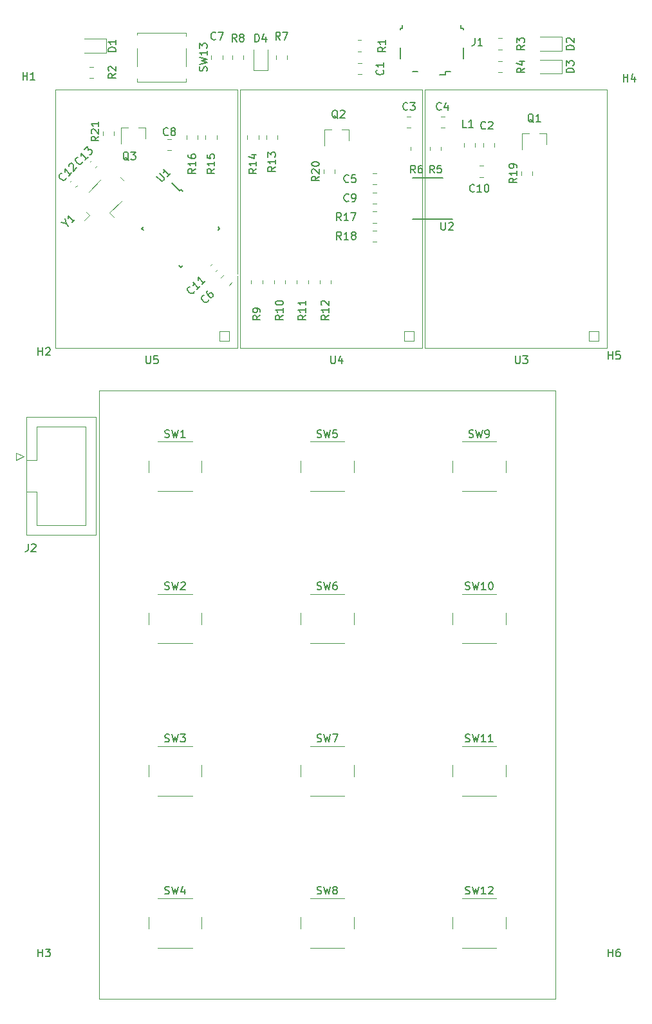
<source format=gbr>
%TF.GenerationSoftware,KiCad,Pcbnew,5.1.9-73d0e3b20d~88~ubuntu20.04.1*%
%TF.CreationDate,2021-01-19T09:01:57+01:00*%
%TF.ProjectId,luncheonmeat,6c756e63-6865-46f6-9e6d-6561742e6b69,v0.2.3*%
%TF.SameCoordinates,PX4f27ac0PYb80f240*%
%TF.FileFunction,Legend,Top*%
%TF.FilePolarity,Positive*%
%FSLAX46Y46*%
G04 Gerber Fmt 4.6, Leading zero omitted, Abs format (unit mm)*
G04 Created by KiCad (PCBNEW 5.1.9-73d0e3b20d~88~ubuntu20.04.1) date 2021-01-19 09:01:57*
%MOMM*%
%LPD*%
G01*
G04 APERTURE LIST*
%ADD10C,0.120000*%
%ADD11C,0.150000*%
%ADD12C,2.000000*%
%ADD13R,2.800000X1.000000*%
%ADD14R,0.800000X0.900000*%
%ADD15C,0.800000*%
%ADD16C,1.800000*%
%ADD17R,0.450000X1.300000*%
%ADD18C,1.700000*%
%ADD19R,1.200000X0.400000*%
%ADD20C,3.200000*%
%ADD21C,1.524000*%
G04 APERTURE END LIST*
D10*
X10250000Y750000D02*
X10250000Y80750000D01*
X70250000Y750000D02*
X10250000Y750000D01*
X70250000Y80750000D02*
X70250000Y750000D01*
X10250000Y80750000D02*
X70250000Y80750000D01*
%TO.C,D2*%
X68212500Y125340000D02*
X71097500Y125340000D01*
X71097500Y125340000D02*
X71097500Y127160000D01*
X71097500Y127160000D02*
X68212500Y127160000D01*
%TO.C,R15*%
X25735000Y114227064D02*
X25735000Y113772936D01*
X24265000Y114227064D02*
X24265000Y113772936D01*
%TO.C,R2*%
X9477064Y121765000D02*
X9022936Y121765000D01*
X9477064Y123235000D02*
X9022936Y123235000D01*
%TO.C,D1*%
X8287500Y125090000D02*
X11172500Y125090000D01*
X11172500Y125090000D02*
X11172500Y126910000D01*
X11172500Y126910000D02*
X8287500Y126910000D01*
%TO.C,R17*%
X46272936Y104235000D02*
X46727064Y104235000D01*
X46272936Y102765000D02*
X46727064Y102765000D01*
%TO.C,R19*%
X67235000Y109477064D02*
X67235000Y109022936D01*
X65765000Y109477064D02*
X65765000Y109022936D01*
%TO.C,C13*%
X9964051Y110242802D02*
X9757198Y110035949D01*
X9242802Y110964051D02*
X9035949Y110757198D01*
%TO.C,R21*%
X10765000Y114272936D02*
X10765000Y114727064D01*
X12235000Y114272936D02*
X12235000Y114727064D01*
%TO.C,R13*%
X33735000Y114227064D02*
X33735000Y113772936D01*
X32265000Y114227064D02*
X32265000Y113772936D01*
%TO.C,R6*%
X52735000Y112727064D02*
X52735000Y112272936D01*
X51265000Y112727064D02*
X51265000Y112272936D01*
D11*
%TO.C,U1*%
X21000000Y107126524D02*
X20840901Y106967425D01*
X26126524Y102000000D02*
X25896714Y101770190D01*
X21000000Y96873476D02*
X21229810Y97103286D01*
X15873476Y102000000D02*
X16103286Y102229810D01*
X21000000Y107126524D02*
X21229810Y106896714D01*
X15873476Y102000000D02*
X16103286Y101770190D01*
X21000000Y96873476D02*
X20770190Y97103286D01*
X26126524Y102000000D02*
X25896714Y102229810D01*
X20840901Y106967425D02*
X19833274Y107975052D01*
D10*
%TO.C,L1*%
X59710000Y113236252D02*
X59710000Y112713748D01*
X58290000Y113236252D02*
X58290000Y112713748D01*
%TO.C,R11*%
X36265000Y94772936D02*
X36265000Y95227064D01*
X37735000Y94772936D02*
X37735000Y95227064D01*
%TO.C,R10*%
X33265000Y94772936D02*
X33265000Y95227064D01*
X34735000Y94772936D02*
X34735000Y95227064D01*
%TO.C,R7*%
X34985000Y124727064D02*
X34985000Y124272936D01*
X33515000Y124727064D02*
X33515000Y124272936D01*
%TO.C,R5*%
X55235000Y112727064D02*
X55235000Y112272936D01*
X53765000Y112727064D02*
X53765000Y112272936D01*
%TO.C,SW3*%
X18000000Y27500000D02*
X22500000Y27500000D01*
X16750000Y31500000D02*
X16750000Y30000000D01*
X22500000Y34000000D02*
X18000000Y34000000D01*
X23750000Y30000000D02*
X23750000Y31500000D01*
%TO.C,SW11*%
X58000000Y27500000D02*
X62500000Y27500000D01*
X56750000Y31500000D02*
X56750000Y30000000D01*
X62500000Y34000000D02*
X58000000Y34000000D01*
X63750000Y30000000D02*
X63750000Y31500000D01*
%TO.C,C3*%
X50738748Y116735000D02*
X51261252Y116735000D01*
X50738748Y115265000D02*
X51261252Y115265000D01*
%TO.C,C4*%
X55201248Y116735000D02*
X55723752Y116735000D01*
X55201248Y115265000D02*
X55723752Y115265000D01*
%TO.C,SW13*%
X21710000Y127300000D02*
X21710000Y127710000D01*
X21710000Y127710000D02*
X15290000Y127710000D01*
X15290000Y127710000D02*
X15290000Y127430000D01*
X15290000Y125700000D02*
X15290000Y123300000D01*
X15290000Y121700000D02*
X15290000Y121290000D01*
X15290000Y121290000D02*
X21710000Y121290000D01*
X21710000Y121290000D02*
X21710000Y121700000D01*
X21710000Y123300000D02*
X21710000Y125700000D01*
%TO.C,SW10*%
X58000000Y47500000D02*
X62500000Y47500000D01*
X56750000Y51500000D02*
X56750000Y50000000D01*
X62500000Y54000000D02*
X58000000Y54000000D01*
X63750000Y50000000D02*
X63750000Y51500000D01*
%TO.C,R8*%
X29235000Y124727064D02*
X29235000Y124272936D01*
X27765000Y124727064D02*
X27765000Y124272936D01*
%TO.C,SW7*%
X38000000Y27500000D02*
X42500000Y27500000D01*
X36750000Y31500000D02*
X36750000Y30000000D01*
X42500000Y34000000D02*
X38000000Y34000000D01*
X43750000Y30000000D02*
X43750000Y31500000D01*
%TO.C,R4*%
X63227064Y122515000D02*
X62772936Y122515000D01*
X63227064Y123985000D02*
X62772936Y123985000D01*
%TO.C,Q2*%
X43080000Y115010000D02*
X42150000Y115010000D01*
X39920000Y115010000D02*
X40850000Y115010000D01*
X39920000Y115010000D02*
X39920000Y112850000D01*
X43080000Y115010000D02*
X43080000Y113550000D01*
%TO.C,SW2*%
X18000000Y47500000D02*
X22500000Y47500000D01*
X16750000Y51500000D02*
X16750000Y50000000D01*
X22500000Y54000000D02*
X18000000Y54000000D01*
X23750000Y50000000D02*
X23750000Y51500000D01*
%TO.C,Q3*%
X16330000Y115260000D02*
X15400000Y115260000D01*
X13170000Y115260000D02*
X14100000Y115260000D01*
X13170000Y115260000D02*
X13170000Y113100000D01*
X16330000Y115260000D02*
X16330000Y113800000D01*
%TO.C,Q1*%
X69080000Y114510000D02*
X68150000Y114510000D01*
X65920000Y114510000D02*
X66850000Y114510000D01*
X65920000Y114510000D02*
X65920000Y112350000D01*
X69080000Y114510000D02*
X69080000Y113050000D01*
D11*
%TO.C,J1*%
X58150000Y124350000D02*
X58150000Y125750000D01*
X58150000Y128150000D02*
X58150000Y128300000D01*
X58150000Y128300000D02*
X57850000Y128300000D01*
X57850000Y128300000D02*
X57850000Y128750000D01*
X50150000Y128750000D02*
X50150000Y128300000D01*
X50150000Y128300000D02*
X49850000Y128300000D01*
X49850000Y128300000D02*
X49850000Y128150000D01*
X49850000Y125750000D02*
X49850000Y124350000D01*
X55075000Y122175000D02*
X55800000Y122175000D01*
X55800000Y122175000D02*
X55800000Y122600000D01*
X55800000Y122600000D02*
X56525000Y122600000D01*
X52200000Y122600000D02*
X51475000Y122600000D01*
D10*
%TO.C,SW6*%
X38000000Y47500000D02*
X42500000Y47500000D01*
X36750000Y51500000D02*
X36750000Y50000000D01*
X42500000Y54000000D02*
X38000000Y54000000D01*
X43750000Y50000000D02*
X43750000Y51500000D01*
%TO.C,C5*%
X46201248Y109235000D02*
X46723752Y109235000D01*
X46201248Y107765000D02*
X46723752Y107765000D01*
%TO.C,C6*%
X27688080Y94898633D02*
X27318613Y94529166D01*
X26648633Y95938080D02*
X26279166Y95568613D01*
%TO.C,C1*%
X44276248Y123735000D02*
X44798752Y123735000D01*
X44276248Y122265000D02*
X44798752Y122265000D01*
%TO.C,C2*%
X60765000Y112701248D02*
X60765000Y113223752D01*
X62235000Y112701248D02*
X62235000Y113223752D01*
%TO.C,C7*%
X26485000Y124761252D02*
X26485000Y124238748D01*
X25015000Y124761252D02*
X25015000Y124238748D01*
%TO.C,R18*%
X46272936Y101735000D02*
X46727064Y101735000D01*
X46272936Y100265000D02*
X46727064Y100265000D01*
%TO.C,C12*%
X6426069Y108147318D02*
X6632922Y108354171D01*
X7147318Y107426069D02*
X7354171Y107632922D01*
%TO.C,C8*%
X19238748Y113735000D02*
X19761252Y113735000D01*
X19238748Y112265000D02*
X19761252Y112265000D01*
%TO.C,R12*%
X39265000Y94772936D02*
X39265000Y95227064D01*
X40735000Y94772936D02*
X40735000Y95227064D01*
%TO.C,R14*%
X31235000Y114227064D02*
X31235000Y113772936D01*
X29765000Y114227064D02*
X29765000Y113772936D01*
%TO.C,D3*%
X68212500Y122340000D02*
X71097500Y122340000D01*
X71097500Y122340000D02*
X71097500Y124160000D01*
X71097500Y124160000D02*
X68212500Y124160000D01*
%TO.C,J2*%
X710000Y77250000D02*
X9830000Y77250000D01*
X9830000Y77250000D02*
X9830000Y61750000D01*
X9830000Y61750000D02*
X710000Y61750000D01*
X710000Y61750000D02*
X710000Y77250000D01*
X710000Y71550000D02*
X2020000Y71550000D01*
X2020000Y71550000D02*
X2020000Y75950000D01*
X2020000Y75950000D02*
X8520000Y75950000D01*
X8520000Y75950000D02*
X8520000Y63050000D01*
X8520000Y63050000D02*
X2020000Y63050000D01*
X2020000Y63050000D02*
X2020000Y67450000D01*
X2020000Y67450000D02*
X2020000Y67450000D01*
X2020000Y67450000D02*
X710000Y67450000D01*
X320000Y72040000D02*
X-680000Y72540000D01*
X-680000Y72540000D02*
X-680000Y71540000D01*
X-680000Y71540000D02*
X320000Y72040000D01*
D11*
%TO.C,U2*%
X55500000Y108675000D02*
X51500000Y108675000D01*
X56775000Y103275000D02*
X51500000Y103275000D01*
D10*
%TO.C,R3*%
X63227064Y125515000D02*
X62772936Y125515000D01*
X63227064Y126985000D02*
X62772936Y126985000D01*
%TO.C,C10*%
X60276248Y110235000D02*
X60798752Y110235000D01*
X60276248Y108765000D02*
X60798752Y108765000D01*
%TO.C,C9*%
X46723752Y105265000D02*
X46201248Y105265000D01*
X46723752Y106735000D02*
X46201248Y106735000D01*
%TO.C,D4*%
X30540000Y125500000D02*
X30540000Y122815000D01*
X30540000Y122815000D02*
X32460000Y122815000D01*
X32460000Y122815000D02*
X32460000Y125500000D01*
%TO.C,R16*%
X23235000Y114227064D02*
X23235000Y113772936D01*
X21765000Y114227064D02*
X21765000Y113772936D01*
%TO.C,R9*%
X30265000Y94772936D02*
X30265000Y95227064D01*
X31735000Y94772936D02*
X31735000Y95227064D01*
%TO.C,R20*%
X41235000Y109727064D02*
X41235000Y109272936D01*
X39765000Y109727064D02*
X39765000Y109272936D01*
%TO.C,R1*%
X44727064Y125265000D02*
X44272936Y125265000D01*
X44727064Y126735000D02*
X44272936Y126735000D01*
%TO.C,SW12*%
X58000000Y7500000D02*
X62500000Y7500000D01*
X56750000Y11500000D02*
X56750000Y10000000D01*
X62500000Y14000000D02*
X58000000Y14000000D01*
X63750000Y10000000D02*
X63750000Y11500000D01*
%TO.C,SW9*%
X58000000Y67500000D02*
X62500000Y67500000D01*
X56750000Y71500000D02*
X56750000Y70000000D01*
X62500000Y74000000D02*
X58000000Y74000000D01*
X63750000Y70000000D02*
X63750000Y71500000D01*
%TO.C,SW8*%
X38000000Y7500000D02*
X42500000Y7500000D01*
X36750000Y11500000D02*
X36750000Y10000000D01*
X42500000Y14000000D02*
X38000000Y14000000D01*
X43750000Y10000000D02*
X43750000Y11500000D01*
%TO.C,SW5*%
X38000000Y67500000D02*
X42500000Y67500000D01*
X36750000Y71500000D02*
X36750000Y70000000D01*
X42500000Y74000000D02*
X38000000Y74000000D01*
X43750000Y70000000D02*
X43750000Y71500000D01*
%TO.C,SW4*%
X18000000Y7500000D02*
X22500000Y7500000D01*
X16750000Y11500000D02*
X16750000Y10000000D01*
X22500000Y14000000D02*
X18000000Y14000000D01*
X23750000Y10000000D02*
X23750000Y11500000D01*
%TO.C,SW1*%
X18000000Y67500000D02*
X22500000Y67500000D01*
X16750000Y71500000D02*
X16750000Y70000000D01*
X22500000Y74000000D02*
X18000000Y74000000D01*
X23750000Y70000000D02*
X23750000Y71500000D01*
%TO.C,Y1*%
X8272436Y103040202D02*
X8979542Y103747309D01*
X8979542Y103747309D02*
X8555278Y104171573D01*
X13080762Y108697057D02*
X13505026Y108272793D01*
X8873476Y106823224D02*
X10429111Y108378859D01*
X13186828Y105621142D02*
X11631193Y104065507D01*
X11631193Y104065507D02*
X12232234Y103464467D01*
%TO.C,C11*%
X24886989Y97108238D02*
X25129198Y97350447D01*
X25608238Y96386989D02*
X25850447Y96629198D01*
%TO.C,U3*%
X53100000Y120272000D02*
X53100000Y86272000D01*
X53100000Y120272000D02*
X77100000Y120272000D01*
X53100000Y86272000D02*
X77100000Y86272000D01*
X77100000Y120272000D02*
X77100000Y86272000D01*
X75960000Y87252000D02*
X74690000Y87252000D01*
X74690000Y87252000D02*
X74690000Y88522000D01*
X74690000Y88522000D02*
X75960000Y88522000D01*
X75960000Y88522000D02*
X75960000Y87252000D01*
%TO.C,U4*%
X28800000Y120272000D02*
X28800000Y86272000D01*
X28800000Y120272000D02*
X52800000Y120272000D01*
X28800000Y86272000D02*
X52800000Y86272000D01*
X52800000Y120272000D02*
X52800000Y86272000D01*
X51660000Y87252000D02*
X50390000Y87252000D01*
X50390000Y87252000D02*
X50390000Y88522000D01*
X50390000Y88522000D02*
X51660000Y88522000D01*
X51660000Y88522000D02*
X51660000Y87252000D01*
%TO.C,U5*%
X27360000Y88522000D02*
X27360000Y87252000D01*
X26090000Y88522000D02*
X27360000Y88522000D01*
X26090000Y87252000D02*
X26090000Y88522000D01*
X27360000Y87252000D02*
X26090000Y87252000D01*
X28500000Y120272000D02*
X28500000Y86272000D01*
X4500000Y86272000D02*
X28500000Y86272000D01*
X4500000Y120272000D02*
X28500000Y120272000D01*
X4500000Y120272000D02*
X4500000Y86272000D01*
%TO.C,D2*%
D11*
X72702380Y125511905D02*
X71702380Y125511905D01*
X71702380Y125750000D01*
X71750000Y125892858D01*
X71845238Y125988096D01*
X71940476Y126035715D01*
X72130952Y126083334D01*
X72273809Y126083334D01*
X72464285Y126035715D01*
X72559523Y125988096D01*
X72654761Y125892858D01*
X72702380Y125750000D01*
X72702380Y125511905D01*
X71797619Y126464286D02*
X71750000Y126511905D01*
X71702380Y126607143D01*
X71702380Y126845239D01*
X71750000Y126940477D01*
X71797619Y126988096D01*
X71892857Y127035715D01*
X71988095Y127035715D01*
X72130952Y126988096D01*
X72702380Y126416667D01*
X72702380Y127035715D01*
%TO.C,R15*%
X25452380Y109857143D02*
X24976190Y109523810D01*
X25452380Y109285715D02*
X24452380Y109285715D01*
X24452380Y109666667D01*
X24500000Y109761905D01*
X24547619Y109809524D01*
X24642857Y109857143D01*
X24785714Y109857143D01*
X24880952Y109809524D01*
X24928571Y109761905D01*
X24976190Y109666667D01*
X24976190Y109285715D01*
X25452380Y110809524D02*
X25452380Y110238096D01*
X25452380Y110523810D02*
X24452380Y110523810D01*
X24595238Y110428572D01*
X24690476Y110333334D01*
X24738095Y110238096D01*
X24452380Y111714286D02*
X24452380Y111238096D01*
X24928571Y111190477D01*
X24880952Y111238096D01*
X24833333Y111333334D01*
X24833333Y111571429D01*
X24880952Y111666667D01*
X24928571Y111714286D01*
X25023809Y111761905D01*
X25261904Y111761905D01*
X25357142Y111714286D01*
X25404761Y111666667D01*
X25452380Y111571429D01*
X25452380Y111333334D01*
X25404761Y111238096D01*
X25357142Y111190477D01*
%TO.C,R2*%
X12452380Y122333334D02*
X11976190Y122000000D01*
X12452380Y121761905D02*
X11452380Y121761905D01*
X11452380Y122142858D01*
X11500000Y122238096D01*
X11547619Y122285715D01*
X11642857Y122333334D01*
X11785714Y122333334D01*
X11880952Y122285715D01*
X11928571Y122238096D01*
X11976190Y122142858D01*
X11976190Y121761905D01*
X11547619Y122714286D02*
X11500000Y122761905D01*
X11452380Y122857143D01*
X11452380Y123095239D01*
X11500000Y123190477D01*
X11547619Y123238096D01*
X11642857Y123285715D01*
X11738095Y123285715D01*
X11880952Y123238096D01*
X12452380Y122666667D01*
X12452380Y123285715D01*
%TO.C,D1*%
X12452380Y125261905D02*
X11452380Y125261905D01*
X11452380Y125500000D01*
X11500000Y125642858D01*
X11595238Y125738096D01*
X11690476Y125785715D01*
X11880952Y125833334D01*
X12023809Y125833334D01*
X12214285Y125785715D01*
X12309523Y125738096D01*
X12404761Y125642858D01*
X12452380Y125500000D01*
X12452380Y125261905D01*
X12452380Y126785715D02*
X12452380Y126214286D01*
X12452380Y126500000D02*
X11452380Y126500000D01*
X11595238Y126404762D01*
X11690476Y126309524D01*
X11738095Y126214286D01*
%TO.C,R17*%
X42107142Y103047620D02*
X41773809Y103523810D01*
X41535714Y103047620D02*
X41535714Y104047620D01*
X41916666Y104047620D01*
X42011904Y104000000D01*
X42059523Y103952381D01*
X42107142Y103857143D01*
X42107142Y103714286D01*
X42059523Y103619048D01*
X42011904Y103571429D01*
X41916666Y103523810D01*
X41535714Y103523810D01*
X43059523Y103047620D02*
X42488095Y103047620D01*
X42773809Y103047620D02*
X42773809Y104047620D01*
X42678571Y103904762D01*
X42583333Y103809524D01*
X42488095Y103761905D01*
X43392857Y104047620D02*
X44059523Y104047620D01*
X43630952Y103047620D01*
%TO.C,R19*%
X65202380Y108607143D02*
X64726190Y108273810D01*
X65202380Y108035715D02*
X64202380Y108035715D01*
X64202380Y108416667D01*
X64250000Y108511905D01*
X64297619Y108559524D01*
X64392857Y108607143D01*
X64535714Y108607143D01*
X64630952Y108559524D01*
X64678571Y108511905D01*
X64726190Y108416667D01*
X64726190Y108035715D01*
X65202380Y109559524D02*
X65202380Y108988096D01*
X65202380Y109273810D02*
X64202380Y109273810D01*
X64345238Y109178572D01*
X64440476Y109083334D01*
X64488095Y108988096D01*
X65202380Y110035715D02*
X65202380Y110226191D01*
X65154761Y110321429D01*
X65107142Y110369048D01*
X64964285Y110464286D01*
X64773809Y110511905D01*
X64392857Y110511905D01*
X64297619Y110464286D01*
X64250000Y110416667D01*
X64202380Y110321429D01*
X64202380Y110130953D01*
X64250000Y110035715D01*
X64297619Y109988096D01*
X64392857Y109940477D01*
X64630952Y109940477D01*
X64726190Y109988096D01*
X64773809Y110035715D01*
X64821428Y110130953D01*
X64821428Y110321429D01*
X64773809Y110416667D01*
X64726190Y110464286D01*
X64630952Y110511905D01*
%TO.C,C13*%
X8047969Y110792894D02*
X8047969Y110725550D01*
X7980625Y110590863D01*
X7913282Y110523520D01*
X7778595Y110456176D01*
X7643908Y110456176D01*
X7542893Y110489848D01*
X7374534Y110590863D01*
X7273519Y110691878D01*
X7172503Y110860237D01*
X7138832Y110961252D01*
X7138832Y111095939D01*
X7206175Y111230626D01*
X7273519Y111297970D01*
X7408206Y111365313D01*
X7475549Y111365313D01*
X8788748Y111398985D02*
X8384687Y110994924D01*
X8586717Y111196955D02*
X7879610Y111904062D01*
X7913282Y111735703D01*
X7913282Y111601016D01*
X7879610Y111500000D01*
X8317343Y112341794D02*
X8755076Y112779527D01*
X8788748Y112274451D01*
X8889763Y112375466D01*
X8990778Y112409138D01*
X9058122Y112409138D01*
X9159137Y112375466D01*
X9327496Y112207107D01*
X9361167Y112106092D01*
X9361167Y112038749D01*
X9327496Y111937733D01*
X9125465Y111735703D01*
X9024450Y111702031D01*
X8957106Y111702031D01*
%TO.C,R21*%
X10202380Y114107143D02*
X9726190Y113773810D01*
X10202380Y113535715D02*
X9202380Y113535715D01*
X9202380Y113916667D01*
X9250000Y114011905D01*
X9297619Y114059524D01*
X9392857Y114107143D01*
X9535714Y114107143D01*
X9630952Y114059524D01*
X9678571Y114011905D01*
X9726190Y113916667D01*
X9726190Y113535715D01*
X9297619Y114488096D02*
X9250000Y114535715D01*
X9202380Y114630953D01*
X9202380Y114869048D01*
X9250000Y114964286D01*
X9297619Y115011905D01*
X9392857Y115059524D01*
X9488095Y115059524D01*
X9630952Y115011905D01*
X10202380Y114440477D01*
X10202380Y115059524D01*
X10202380Y116011905D02*
X10202380Y115440477D01*
X10202380Y115726191D02*
X9202380Y115726191D01*
X9345238Y115630953D01*
X9440476Y115535715D01*
X9488095Y115440477D01*
%TO.C,R13*%
X33452380Y110107143D02*
X32976190Y109773810D01*
X33452380Y109535715D02*
X32452380Y109535715D01*
X32452380Y109916667D01*
X32500000Y110011905D01*
X32547619Y110059524D01*
X32642857Y110107143D01*
X32785714Y110107143D01*
X32880952Y110059524D01*
X32928571Y110011905D01*
X32976190Y109916667D01*
X32976190Y109535715D01*
X33452380Y111059524D02*
X33452380Y110488096D01*
X33452380Y110773810D02*
X32452380Y110773810D01*
X32595238Y110678572D01*
X32690476Y110583334D01*
X32738095Y110488096D01*
X32452380Y111392858D02*
X32452380Y112011905D01*
X32833333Y111678572D01*
X32833333Y111821429D01*
X32880952Y111916667D01*
X32928571Y111964286D01*
X33023809Y112011905D01*
X33261904Y112011905D01*
X33357142Y111964286D01*
X33404761Y111916667D01*
X33452380Y111821429D01*
X33452380Y111535715D01*
X33404761Y111440477D01*
X33357142Y111392858D01*
%TO.C,R6*%
X51833333Y109297620D02*
X51500000Y109773810D01*
X51261904Y109297620D02*
X51261904Y110297620D01*
X51642857Y110297620D01*
X51738095Y110250000D01*
X51785714Y110202381D01*
X51833333Y110107143D01*
X51833333Y109964286D01*
X51785714Y109869048D01*
X51738095Y109821429D01*
X51642857Y109773810D01*
X51261904Y109773810D01*
X52690476Y110297620D02*
X52500000Y110297620D01*
X52404761Y110250000D01*
X52357142Y110202381D01*
X52261904Y110059524D01*
X52214285Y109869048D01*
X52214285Y109488096D01*
X52261904Y109392858D01*
X52309523Y109345239D01*
X52404761Y109297620D01*
X52595238Y109297620D01*
X52690476Y109345239D01*
X52738095Y109392858D01*
X52785714Y109488096D01*
X52785714Y109726191D01*
X52738095Y109821429D01*
X52690476Y109869048D01*
X52595238Y109916667D01*
X52404761Y109916667D01*
X52309523Y109869048D01*
X52261904Y109821429D01*
X52214285Y109726191D01*
%TO.C,U1*%
X17824026Y108848478D02*
X18396446Y108276058D01*
X18497461Y108242386D01*
X18564805Y108242386D01*
X18665820Y108276058D01*
X18800507Y108410745D01*
X18834179Y108511760D01*
X18834179Y108579104D01*
X18800507Y108680119D01*
X18228087Y109252539D01*
X19642301Y109252539D02*
X19238240Y108848478D01*
X19440270Y109050508D02*
X18733164Y109757615D01*
X18766835Y109589256D01*
X18766835Y109454569D01*
X18733164Y109353554D01*
%TO.C,L1*%
X58583333Y115297620D02*
X58107142Y115297620D01*
X58107142Y116297620D01*
X59440476Y115297620D02*
X58869047Y115297620D01*
X59154761Y115297620D02*
X59154761Y116297620D01*
X59059523Y116154762D01*
X58964285Y116059524D01*
X58869047Y116011905D01*
%TO.C,R11*%
X37452380Y90607143D02*
X36976190Y90273810D01*
X37452380Y90035715D02*
X36452380Y90035715D01*
X36452380Y90416667D01*
X36500000Y90511905D01*
X36547619Y90559524D01*
X36642857Y90607143D01*
X36785714Y90607143D01*
X36880952Y90559524D01*
X36928571Y90511905D01*
X36976190Y90416667D01*
X36976190Y90035715D01*
X37452380Y91559524D02*
X37452380Y90988096D01*
X37452380Y91273810D02*
X36452380Y91273810D01*
X36595238Y91178572D01*
X36690476Y91083334D01*
X36738095Y90988096D01*
X37452380Y92511905D02*
X37452380Y91940477D01*
X37452380Y92226191D02*
X36452380Y92226191D01*
X36595238Y92130953D01*
X36690476Y92035715D01*
X36738095Y91940477D01*
%TO.C,R10*%
X34452380Y90607143D02*
X33976190Y90273810D01*
X34452380Y90035715D02*
X33452380Y90035715D01*
X33452380Y90416667D01*
X33500000Y90511905D01*
X33547619Y90559524D01*
X33642857Y90607143D01*
X33785714Y90607143D01*
X33880952Y90559524D01*
X33928571Y90511905D01*
X33976190Y90416667D01*
X33976190Y90035715D01*
X34452380Y91559524D02*
X34452380Y90988096D01*
X34452380Y91273810D02*
X33452380Y91273810D01*
X33595238Y91178572D01*
X33690476Y91083334D01*
X33738095Y90988096D01*
X33452380Y92178572D02*
X33452380Y92273810D01*
X33500000Y92369048D01*
X33547619Y92416667D01*
X33642857Y92464286D01*
X33833333Y92511905D01*
X34071428Y92511905D01*
X34261904Y92464286D01*
X34357142Y92416667D01*
X34404761Y92369048D01*
X34452380Y92273810D01*
X34452380Y92178572D01*
X34404761Y92083334D01*
X34357142Y92035715D01*
X34261904Y91988096D01*
X34071428Y91940477D01*
X33833333Y91940477D01*
X33642857Y91988096D01*
X33547619Y92035715D01*
X33500000Y92083334D01*
X33452380Y92178572D01*
%TO.C,R7*%
X34083333Y126797620D02*
X33750000Y127273810D01*
X33511904Y126797620D02*
X33511904Y127797620D01*
X33892857Y127797620D01*
X33988095Y127750000D01*
X34035714Y127702381D01*
X34083333Y127607143D01*
X34083333Y127464286D01*
X34035714Y127369048D01*
X33988095Y127321429D01*
X33892857Y127273810D01*
X33511904Y127273810D01*
X34416666Y127797620D02*
X35083333Y127797620D01*
X34654761Y126797620D01*
%TO.C,R5*%
X54333333Y109297620D02*
X54000000Y109773810D01*
X53761904Y109297620D02*
X53761904Y110297620D01*
X54142857Y110297620D01*
X54238095Y110250000D01*
X54285714Y110202381D01*
X54333333Y110107143D01*
X54333333Y109964286D01*
X54285714Y109869048D01*
X54238095Y109821429D01*
X54142857Y109773810D01*
X53761904Y109773810D01*
X55238095Y110297620D02*
X54761904Y110297620D01*
X54714285Y109821429D01*
X54761904Y109869048D01*
X54857142Y109916667D01*
X55095238Y109916667D01*
X55190476Y109869048D01*
X55238095Y109821429D01*
X55285714Y109726191D01*
X55285714Y109488096D01*
X55238095Y109392858D01*
X55190476Y109345239D01*
X55095238Y109297620D01*
X54857142Y109297620D01*
X54761904Y109345239D01*
X54714285Y109392858D01*
%TO.C,SW3*%
X18916666Y34595239D02*
X19059523Y34547620D01*
X19297619Y34547620D01*
X19392857Y34595239D01*
X19440476Y34642858D01*
X19488095Y34738096D01*
X19488095Y34833334D01*
X19440476Y34928572D01*
X19392857Y34976191D01*
X19297619Y35023810D01*
X19107142Y35071429D01*
X19011904Y35119048D01*
X18964285Y35166667D01*
X18916666Y35261905D01*
X18916666Y35357143D01*
X18964285Y35452381D01*
X19011904Y35500000D01*
X19107142Y35547620D01*
X19345238Y35547620D01*
X19488095Y35500000D01*
X19821428Y35547620D02*
X20059523Y34547620D01*
X20250000Y35261905D01*
X20440476Y34547620D01*
X20678571Y35547620D01*
X20964285Y35547620D02*
X21583333Y35547620D01*
X21250000Y35166667D01*
X21392857Y35166667D01*
X21488095Y35119048D01*
X21535714Y35071429D01*
X21583333Y34976191D01*
X21583333Y34738096D01*
X21535714Y34642858D01*
X21488095Y34595239D01*
X21392857Y34547620D01*
X21107142Y34547620D01*
X21011904Y34595239D01*
X20964285Y34642858D01*
%TO.C,SW11*%
X58440476Y34595239D02*
X58583333Y34547620D01*
X58821428Y34547620D01*
X58916666Y34595239D01*
X58964285Y34642858D01*
X59011904Y34738096D01*
X59011904Y34833334D01*
X58964285Y34928572D01*
X58916666Y34976191D01*
X58821428Y35023810D01*
X58630952Y35071429D01*
X58535714Y35119048D01*
X58488095Y35166667D01*
X58440476Y35261905D01*
X58440476Y35357143D01*
X58488095Y35452381D01*
X58535714Y35500000D01*
X58630952Y35547620D01*
X58869047Y35547620D01*
X59011904Y35500000D01*
X59345238Y35547620D02*
X59583333Y34547620D01*
X59773809Y35261905D01*
X59964285Y34547620D01*
X60202380Y35547620D01*
X61107142Y34547620D02*
X60535714Y34547620D01*
X60821428Y34547620D02*
X60821428Y35547620D01*
X60726190Y35404762D01*
X60630952Y35309524D01*
X60535714Y35261905D01*
X62059523Y34547620D02*
X61488095Y34547620D01*
X61773809Y34547620D02*
X61773809Y35547620D01*
X61678571Y35404762D01*
X61583333Y35309524D01*
X61488095Y35261905D01*
%TO.C,C3*%
X50833333Y117642858D02*
X50785714Y117595239D01*
X50642857Y117547620D01*
X50547619Y117547620D01*
X50404761Y117595239D01*
X50309523Y117690477D01*
X50261904Y117785715D01*
X50214285Y117976191D01*
X50214285Y118119048D01*
X50261904Y118309524D01*
X50309523Y118404762D01*
X50404761Y118500000D01*
X50547619Y118547620D01*
X50642857Y118547620D01*
X50785714Y118500000D01*
X50833333Y118452381D01*
X51166666Y118547620D02*
X51785714Y118547620D01*
X51452380Y118166667D01*
X51595238Y118166667D01*
X51690476Y118119048D01*
X51738095Y118071429D01*
X51785714Y117976191D01*
X51785714Y117738096D01*
X51738095Y117642858D01*
X51690476Y117595239D01*
X51595238Y117547620D01*
X51309523Y117547620D01*
X51214285Y117595239D01*
X51166666Y117642858D01*
%TO.C,C4*%
X55258333Y117642858D02*
X55210714Y117595239D01*
X55067857Y117547620D01*
X54972619Y117547620D01*
X54829761Y117595239D01*
X54734523Y117690477D01*
X54686904Y117785715D01*
X54639285Y117976191D01*
X54639285Y118119048D01*
X54686904Y118309524D01*
X54734523Y118404762D01*
X54829761Y118500000D01*
X54972619Y118547620D01*
X55067857Y118547620D01*
X55210714Y118500000D01*
X55258333Y118452381D01*
X56115476Y118214286D02*
X56115476Y117547620D01*
X55877380Y118595239D02*
X55639285Y117880953D01*
X56258333Y117880953D01*
%TO.C,SW13*%
X24404761Y122690477D02*
X24452380Y122833334D01*
X24452380Y123071429D01*
X24404761Y123166667D01*
X24357142Y123214286D01*
X24261904Y123261905D01*
X24166666Y123261905D01*
X24071428Y123214286D01*
X24023809Y123166667D01*
X23976190Y123071429D01*
X23928571Y122880953D01*
X23880952Y122785715D01*
X23833333Y122738096D01*
X23738095Y122690477D01*
X23642857Y122690477D01*
X23547619Y122738096D01*
X23500000Y122785715D01*
X23452380Y122880953D01*
X23452380Y123119048D01*
X23500000Y123261905D01*
X23452380Y123595239D02*
X24452380Y123833334D01*
X23738095Y124023810D01*
X24452380Y124214286D01*
X23452380Y124452381D01*
X24452380Y125357143D02*
X24452380Y124785715D01*
X24452380Y125071429D02*
X23452380Y125071429D01*
X23595238Y124976191D01*
X23690476Y124880953D01*
X23738095Y124785715D01*
X23452380Y125690477D02*
X23452380Y126309524D01*
X23833333Y125976191D01*
X23833333Y126119048D01*
X23880952Y126214286D01*
X23928571Y126261905D01*
X24023809Y126309524D01*
X24261904Y126309524D01*
X24357142Y126261905D01*
X24404761Y126214286D01*
X24452380Y126119048D01*
X24452380Y125833334D01*
X24404761Y125738096D01*
X24357142Y125690477D01*
%TO.C,SW10*%
X58440476Y54595239D02*
X58583333Y54547620D01*
X58821428Y54547620D01*
X58916666Y54595239D01*
X58964285Y54642858D01*
X59011904Y54738096D01*
X59011904Y54833334D01*
X58964285Y54928572D01*
X58916666Y54976191D01*
X58821428Y55023810D01*
X58630952Y55071429D01*
X58535714Y55119048D01*
X58488095Y55166667D01*
X58440476Y55261905D01*
X58440476Y55357143D01*
X58488095Y55452381D01*
X58535714Y55500000D01*
X58630952Y55547620D01*
X58869047Y55547620D01*
X59011904Y55500000D01*
X59345238Y55547620D02*
X59583333Y54547620D01*
X59773809Y55261905D01*
X59964285Y54547620D01*
X60202380Y55547620D01*
X61107142Y54547620D02*
X60535714Y54547620D01*
X60821428Y54547620D02*
X60821428Y55547620D01*
X60726190Y55404762D01*
X60630952Y55309524D01*
X60535714Y55261905D01*
X61726190Y55547620D02*
X61821428Y55547620D01*
X61916666Y55500000D01*
X61964285Y55452381D01*
X62011904Y55357143D01*
X62059523Y55166667D01*
X62059523Y54928572D01*
X62011904Y54738096D01*
X61964285Y54642858D01*
X61916666Y54595239D01*
X61821428Y54547620D01*
X61726190Y54547620D01*
X61630952Y54595239D01*
X61583333Y54642858D01*
X61535714Y54738096D01*
X61488095Y54928572D01*
X61488095Y55166667D01*
X61535714Y55357143D01*
X61583333Y55452381D01*
X61630952Y55500000D01*
X61726190Y55547620D01*
%TO.C,R8*%
X28333333Y126547620D02*
X28000000Y127023810D01*
X27761904Y126547620D02*
X27761904Y127547620D01*
X28142857Y127547620D01*
X28238095Y127500000D01*
X28285714Y127452381D01*
X28333333Y127357143D01*
X28333333Y127214286D01*
X28285714Y127119048D01*
X28238095Y127071429D01*
X28142857Y127023810D01*
X27761904Y127023810D01*
X28904761Y127119048D02*
X28809523Y127166667D01*
X28761904Y127214286D01*
X28714285Y127309524D01*
X28714285Y127357143D01*
X28761904Y127452381D01*
X28809523Y127500000D01*
X28904761Y127547620D01*
X29095238Y127547620D01*
X29190476Y127500000D01*
X29238095Y127452381D01*
X29285714Y127357143D01*
X29285714Y127309524D01*
X29238095Y127214286D01*
X29190476Y127166667D01*
X29095238Y127119048D01*
X28904761Y127119048D01*
X28809523Y127071429D01*
X28761904Y127023810D01*
X28714285Y126928572D01*
X28714285Y126738096D01*
X28761904Y126642858D01*
X28809523Y126595239D01*
X28904761Y126547620D01*
X29095238Y126547620D01*
X29190476Y126595239D01*
X29238095Y126642858D01*
X29285714Y126738096D01*
X29285714Y126928572D01*
X29238095Y127023810D01*
X29190476Y127071429D01*
X29095238Y127119048D01*
%TO.C,SW7*%
X38916666Y34595239D02*
X39059523Y34547620D01*
X39297619Y34547620D01*
X39392857Y34595239D01*
X39440476Y34642858D01*
X39488095Y34738096D01*
X39488095Y34833334D01*
X39440476Y34928572D01*
X39392857Y34976191D01*
X39297619Y35023810D01*
X39107142Y35071429D01*
X39011904Y35119048D01*
X38964285Y35166667D01*
X38916666Y35261905D01*
X38916666Y35357143D01*
X38964285Y35452381D01*
X39011904Y35500000D01*
X39107142Y35547620D01*
X39345238Y35547620D01*
X39488095Y35500000D01*
X39821428Y35547620D02*
X40059523Y34547620D01*
X40250000Y35261905D01*
X40440476Y34547620D01*
X40678571Y35547620D01*
X40964285Y35547620D02*
X41630952Y35547620D01*
X41202380Y34547620D01*
%TO.C,R4*%
X66202380Y123083334D02*
X65726190Y122750000D01*
X66202380Y122511905D02*
X65202380Y122511905D01*
X65202380Y122892858D01*
X65250000Y122988096D01*
X65297619Y123035715D01*
X65392857Y123083334D01*
X65535714Y123083334D01*
X65630952Y123035715D01*
X65678571Y122988096D01*
X65726190Y122892858D01*
X65726190Y122511905D01*
X65535714Y123940477D02*
X66202380Y123940477D01*
X65154761Y123702381D02*
X65869047Y123464286D01*
X65869047Y124083334D01*
%TO.C,Q2*%
X41654761Y116452381D02*
X41559523Y116500000D01*
X41464285Y116595239D01*
X41321428Y116738096D01*
X41226190Y116785715D01*
X41130952Y116785715D01*
X41178571Y116547620D02*
X41083333Y116595239D01*
X40988095Y116690477D01*
X40940476Y116880953D01*
X40940476Y117214286D01*
X40988095Y117404762D01*
X41083333Y117500000D01*
X41178571Y117547620D01*
X41369047Y117547620D01*
X41464285Y117500000D01*
X41559523Y117404762D01*
X41607142Y117214286D01*
X41607142Y116880953D01*
X41559523Y116690477D01*
X41464285Y116595239D01*
X41369047Y116547620D01*
X41178571Y116547620D01*
X41988095Y117452381D02*
X42035714Y117500000D01*
X42130952Y117547620D01*
X42369047Y117547620D01*
X42464285Y117500000D01*
X42511904Y117452381D01*
X42559523Y117357143D01*
X42559523Y117261905D01*
X42511904Y117119048D01*
X41940476Y116547620D01*
X42559523Y116547620D01*
%TO.C,SW2*%
X18916666Y54595239D02*
X19059523Y54547620D01*
X19297619Y54547620D01*
X19392857Y54595239D01*
X19440476Y54642858D01*
X19488095Y54738096D01*
X19488095Y54833334D01*
X19440476Y54928572D01*
X19392857Y54976191D01*
X19297619Y55023810D01*
X19107142Y55071429D01*
X19011904Y55119048D01*
X18964285Y55166667D01*
X18916666Y55261905D01*
X18916666Y55357143D01*
X18964285Y55452381D01*
X19011904Y55500000D01*
X19107142Y55547620D01*
X19345238Y55547620D01*
X19488095Y55500000D01*
X19821428Y55547620D02*
X20059523Y54547620D01*
X20250000Y55261905D01*
X20440476Y54547620D01*
X20678571Y55547620D01*
X21011904Y55452381D02*
X21059523Y55500000D01*
X21154761Y55547620D01*
X21392857Y55547620D01*
X21488095Y55500000D01*
X21535714Y55452381D01*
X21583333Y55357143D01*
X21583333Y55261905D01*
X21535714Y55119048D01*
X20964285Y54547620D01*
X21583333Y54547620D01*
%TO.C,Q3*%
X14154761Y110952381D02*
X14059523Y111000000D01*
X13964285Y111095239D01*
X13821428Y111238096D01*
X13726190Y111285715D01*
X13630952Y111285715D01*
X13678571Y111047620D02*
X13583333Y111095239D01*
X13488095Y111190477D01*
X13440476Y111380953D01*
X13440476Y111714286D01*
X13488095Y111904762D01*
X13583333Y112000000D01*
X13678571Y112047620D01*
X13869047Y112047620D01*
X13964285Y112000000D01*
X14059523Y111904762D01*
X14107142Y111714286D01*
X14107142Y111380953D01*
X14059523Y111190477D01*
X13964285Y111095239D01*
X13869047Y111047620D01*
X13678571Y111047620D01*
X14440476Y112047620D02*
X15059523Y112047620D01*
X14726190Y111666667D01*
X14869047Y111666667D01*
X14964285Y111619048D01*
X15011904Y111571429D01*
X15059523Y111476191D01*
X15059523Y111238096D01*
X15011904Y111142858D01*
X14964285Y111095239D01*
X14869047Y111047620D01*
X14583333Y111047620D01*
X14488095Y111095239D01*
X14440476Y111142858D01*
%TO.C,Q1*%
X67404761Y115952381D02*
X67309523Y116000000D01*
X67214285Y116095239D01*
X67071428Y116238096D01*
X66976190Y116285715D01*
X66880952Y116285715D01*
X66928571Y116047620D02*
X66833333Y116095239D01*
X66738095Y116190477D01*
X66690476Y116380953D01*
X66690476Y116714286D01*
X66738095Y116904762D01*
X66833333Y117000000D01*
X66928571Y117047620D01*
X67119047Y117047620D01*
X67214285Y117000000D01*
X67309523Y116904762D01*
X67357142Y116714286D01*
X67357142Y116380953D01*
X67309523Y116190477D01*
X67214285Y116095239D01*
X67119047Y116047620D01*
X66928571Y116047620D01*
X68309523Y116047620D02*
X67738095Y116047620D01*
X68023809Y116047620D02*
X68023809Y117047620D01*
X67928571Y116904762D01*
X67833333Y116809524D01*
X67738095Y116761905D01*
%TO.C,J1*%
X59666666Y127047620D02*
X59666666Y126333334D01*
X59619047Y126190477D01*
X59523809Y126095239D01*
X59380952Y126047620D01*
X59285714Y126047620D01*
X60666666Y126047620D02*
X60095238Y126047620D01*
X60380952Y126047620D02*
X60380952Y127047620D01*
X60285714Y126904762D01*
X60190476Y126809524D01*
X60095238Y126761905D01*
%TO.C,SW6*%
X38916666Y54595239D02*
X39059523Y54547620D01*
X39297619Y54547620D01*
X39392857Y54595239D01*
X39440476Y54642858D01*
X39488095Y54738096D01*
X39488095Y54833334D01*
X39440476Y54928572D01*
X39392857Y54976191D01*
X39297619Y55023810D01*
X39107142Y55071429D01*
X39011904Y55119048D01*
X38964285Y55166667D01*
X38916666Y55261905D01*
X38916666Y55357143D01*
X38964285Y55452381D01*
X39011904Y55500000D01*
X39107142Y55547620D01*
X39345238Y55547620D01*
X39488095Y55500000D01*
X39821428Y55547620D02*
X40059523Y54547620D01*
X40250000Y55261905D01*
X40440476Y54547620D01*
X40678571Y55547620D01*
X41488095Y55547620D02*
X41297619Y55547620D01*
X41202380Y55500000D01*
X41154761Y55452381D01*
X41059523Y55309524D01*
X41011904Y55119048D01*
X41011904Y54738096D01*
X41059523Y54642858D01*
X41107142Y54595239D01*
X41202380Y54547620D01*
X41392857Y54547620D01*
X41488095Y54595239D01*
X41535714Y54642858D01*
X41583333Y54738096D01*
X41583333Y54976191D01*
X41535714Y55071429D01*
X41488095Y55119048D01*
X41392857Y55166667D01*
X41202380Y55166667D01*
X41107142Y55119048D01*
X41059523Y55071429D01*
X41011904Y54976191D01*
%TO.C,C5*%
X43083333Y108142858D02*
X43035714Y108095239D01*
X42892857Y108047620D01*
X42797619Y108047620D01*
X42654761Y108095239D01*
X42559523Y108190477D01*
X42511904Y108285715D01*
X42464285Y108476191D01*
X42464285Y108619048D01*
X42511904Y108809524D01*
X42559523Y108904762D01*
X42654761Y109000000D01*
X42797619Y109047620D01*
X42892857Y109047620D01*
X43035714Y109000000D01*
X43083333Y108952381D01*
X43988095Y109047620D02*
X43511904Y109047620D01*
X43464285Y108571429D01*
X43511904Y108619048D01*
X43607142Y108666667D01*
X43845238Y108666667D01*
X43940476Y108619048D01*
X43988095Y108571429D01*
X44035714Y108476191D01*
X44035714Y108238096D01*
X43988095Y108142858D01*
X43940476Y108095239D01*
X43845238Y108047620D01*
X43607142Y108047620D01*
X43511904Y108095239D01*
X43464285Y108142858D01*
%TO.C,C6*%
X24634687Y92629611D02*
X24634687Y92562268D01*
X24567343Y92427581D01*
X24500000Y92360237D01*
X24365312Y92292894D01*
X24230625Y92292894D01*
X24129610Y92326565D01*
X23961251Y92427581D01*
X23860236Y92528596D01*
X23759221Y92696955D01*
X23725549Y92797970D01*
X23725549Y92932657D01*
X23792893Y93067344D01*
X23860236Y93134688D01*
X23994923Y93202031D01*
X24062267Y93202031D01*
X24601015Y93875466D02*
X24466328Y93740779D01*
X24432656Y93639764D01*
X24432656Y93572420D01*
X24466328Y93404062D01*
X24567343Y93235703D01*
X24836717Y92966329D01*
X24937732Y92932657D01*
X25005076Y92932657D01*
X25106091Y92966329D01*
X25240778Y93101016D01*
X25274450Y93202031D01*
X25274450Y93269375D01*
X25240778Y93370390D01*
X25072419Y93538749D01*
X24971404Y93572420D01*
X24904061Y93572420D01*
X24803045Y93538749D01*
X24668358Y93404062D01*
X24634687Y93303046D01*
X24634687Y93235703D01*
X24668358Y93134688D01*
%TO.C,C1*%
X47607142Y122833334D02*
X47654761Y122785715D01*
X47702380Y122642858D01*
X47702380Y122547620D01*
X47654761Y122404762D01*
X47559523Y122309524D01*
X47464285Y122261905D01*
X47273809Y122214286D01*
X47130952Y122214286D01*
X46940476Y122261905D01*
X46845238Y122309524D01*
X46750000Y122404762D01*
X46702380Y122547620D01*
X46702380Y122642858D01*
X46750000Y122785715D01*
X46797619Y122833334D01*
X47702380Y123785715D02*
X47702380Y123214286D01*
X47702380Y123500000D02*
X46702380Y123500000D01*
X46845238Y123404762D01*
X46940476Y123309524D01*
X46988095Y123214286D01*
%TO.C,C2*%
X61083333Y115142858D02*
X61035714Y115095239D01*
X60892857Y115047620D01*
X60797619Y115047620D01*
X60654761Y115095239D01*
X60559523Y115190477D01*
X60511904Y115285715D01*
X60464285Y115476191D01*
X60464285Y115619048D01*
X60511904Y115809524D01*
X60559523Y115904762D01*
X60654761Y116000000D01*
X60797619Y116047620D01*
X60892857Y116047620D01*
X61035714Y116000000D01*
X61083333Y115952381D01*
X61464285Y115952381D02*
X61511904Y116000000D01*
X61607142Y116047620D01*
X61845238Y116047620D01*
X61940476Y116000000D01*
X61988095Y115952381D01*
X62035714Y115857143D01*
X62035714Y115761905D01*
X61988095Y115619048D01*
X61416666Y115047620D01*
X62035714Y115047620D01*
%TO.C,C7*%
X25583333Y126892858D02*
X25535714Y126845239D01*
X25392857Y126797620D01*
X25297619Y126797620D01*
X25154761Y126845239D01*
X25059523Y126940477D01*
X25011904Y127035715D01*
X24964285Y127226191D01*
X24964285Y127369048D01*
X25011904Y127559524D01*
X25059523Y127654762D01*
X25154761Y127750000D01*
X25297619Y127797620D01*
X25392857Y127797620D01*
X25535714Y127750000D01*
X25583333Y127702381D01*
X25916666Y127797620D02*
X26583333Y127797620D01*
X26154761Y126797620D01*
%TO.C,R18*%
X42107142Y100547620D02*
X41773809Y101023810D01*
X41535714Y100547620D02*
X41535714Y101547620D01*
X41916666Y101547620D01*
X42011904Y101500000D01*
X42059523Y101452381D01*
X42107142Y101357143D01*
X42107142Y101214286D01*
X42059523Y101119048D01*
X42011904Y101071429D01*
X41916666Y101023810D01*
X41535714Y101023810D01*
X43059523Y100547620D02*
X42488095Y100547620D01*
X42773809Y100547620D02*
X42773809Y101547620D01*
X42678571Y101404762D01*
X42583333Y101309524D01*
X42488095Y101261905D01*
X43630952Y101119048D02*
X43535714Y101166667D01*
X43488095Y101214286D01*
X43440476Y101309524D01*
X43440476Y101357143D01*
X43488095Y101452381D01*
X43535714Y101500000D01*
X43630952Y101547620D01*
X43821428Y101547620D01*
X43916666Y101500000D01*
X43964285Y101452381D01*
X44011904Y101357143D01*
X44011904Y101309524D01*
X43964285Y101214286D01*
X43916666Y101166667D01*
X43821428Y101119048D01*
X43630952Y101119048D01*
X43535714Y101071429D01*
X43488095Y101023810D01*
X43440476Y100928572D01*
X43440476Y100738096D01*
X43488095Y100642858D01*
X43535714Y100595239D01*
X43630952Y100547620D01*
X43821428Y100547620D01*
X43916666Y100595239D01*
X43964285Y100642858D01*
X44011904Y100738096D01*
X44011904Y100928572D01*
X43964285Y101023810D01*
X43916666Y101071429D01*
X43821428Y101119048D01*
%TO.C,C12*%
X5897969Y108692894D02*
X5897969Y108625550D01*
X5830625Y108490863D01*
X5763282Y108423520D01*
X5628595Y108356176D01*
X5493908Y108356176D01*
X5392893Y108389848D01*
X5224534Y108490863D01*
X5123519Y108591878D01*
X5022503Y108760237D01*
X4988832Y108861252D01*
X4988832Y108995939D01*
X5056175Y109130626D01*
X5123519Y109197970D01*
X5258206Y109265313D01*
X5325549Y109265313D01*
X6638748Y109298985D02*
X6234687Y108894924D01*
X6436717Y109096955D02*
X5729610Y109804062D01*
X5763282Y109635703D01*
X5763282Y109501016D01*
X5729610Y109400000D01*
X6268358Y110208123D02*
X6268358Y110275466D01*
X6302030Y110376481D01*
X6470389Y110544840D01*
X6571404Y110578512D01*
X6638748Y110578512D01*
X6739763Y110544840D01*
X6807106Y110477497D01*
X6874450Y110342810D01*
X6874450Y109534688D01*
X7312183Y109972420D01*
%TO.C,C8*%
X19333333Y114322858D02*
X19285714Y114275239D01*
X19142857Y114227620D01*
X19047619Y114227620D01*
X18904761Y114275239D01*
X18809523Y114370477D01*
X18761904Y114465715D01*
X18714285Y114656191D01*
X18714285Y114799048D01*
X18761904Y114989524D01*
X18809523Y115084762D01*
X18904761Y115180000D01*
X19047619Y115227620D01*
X19142857Y115227620D01*
X19285714Y115180000D01*
X19333333Y115132381D01*
X19904761Y114799048D02*
X19809523Y114846667D01*
X19761904Y114894286D01*
X19714285Y114989524D01*
X19714285Y115037143D01*
X19761904Y115132381D01*
X19809523Y115180000D01*
X19904761Y115227620D01*
X20095238Y115227620D01*
X20190476Y115180000D01*
X20238095Y115132381D01*
X20285714Y115037143D01*
X20285714Y114989524D01*
X20238095Y114894286D01*
X20190476Y114846667D01*
X20095238Y114799048D01*
X19904761Y114799048D01*
X19809523Y114751429D01*
X19761904Y114703810D01*
X19714285Y114608572D01*
X19714285Y114418096D01*
X19761904Y114322858D01*
X19809523Y114275239D01*
X19904761Y114227620D01*
X20095238Y114227620D01*
X20190476Y114275239D01*
X20238095Y114322858D01*
X20285714Y114418096D01*
X20285714Y114608572D01*
X20238095Y114703810D01*
X20190476Y114751429D01*
X20095238Y114799048D01*
%TO.C,R12*%
X40452380Y90607143D02*
X39976190Y90273810D01*
X40452380Y90035715D02*
X39452380Y90035715D01*
X39452380Y90416667D01*
X39500000Y90511905D01*
X39547619Y90559524D01*
X39642857Y90607143D01*
X39785714Y90607143D01*
X39880952Y90559524D01*
X39928571Y90511905D01*
X39976190Y90416667D01*
X39976190Y90035715D01*
X40452380Y91559524D02*
X40452380Y90988096D01*
X40452380Y91273810D02*
X39452380Y91273810D01*
X39595238Y91178572D01*
X39690476Y91083334D01*
X39738095Y90988096D01*
X39547619Y91940477D02*
X39500000Y91988096D01*
X39452380Y92083334D01*
X39452380Y92321429D01*
X39500000Y92416667D01*
X39547619Y92464286D01*
X39642857Y92511905D01*
X39738095Y92511905D01*
X39880952Y92464286D01*
X40452380Y91892858D01*
X40452380Y92511905D01*
%TO.C,R14*%
X30952380Y109857143D02*
X30476190Y109523810D01*
X30952380Y109285715D02*
X29952380Y109285715D01*
X29952380Y109666667D01*
X30000000Y109761905D01*
X30047619Y109809524D01*
X30142857Y109857143D01*
X30285714Y109857143D01*
X30380952Y109809524D01*
X30428571Y109761905D01*
X30476190Y109666667D01*
X30476190Y109285715D01*
X30952380Y110809524D02*
X30952380Y110238096D01*
X30952380Y110523810D02*
X29952380Y110523810D01*
X30095238Y110428572D01*
X30190476Y110333334D01*
X30238095Y110238096D01*
X30285714Y111666667D02*
X30952380Y111666667D01*
X29904761Y111428572D02*
X30619047Y111190477D01*
X30619047Y111809524D01*
%TO.C,D3*%
X72702380Y122511905D02*
X71702380Y122511905D01*
X71702380Y122750000D01*
X71750000Y122892858D01*
X71845238Y122988096D01*
X71940476Y123035715D01*
X72130952Y123083334D01*
X72273809Y123083334D01*
X72464285Y123035715D01*
X72559523Y122988096D01*
X72654761Y122892858D01*
X72702380Y122750000D01*
X72702380Y122511905D01*
X71702380Y123416667D02*
X71702380Y124035715D01*
X72083333Y123702381D01*
X72083333Y123845239D01*
X72130952Y123940477D01*
X72178571Y123988096D01*
X72273809Y124035715D01*
X72511904Y124035715D01*
X72607142Y123988096D01*
X72654761Y123940477D01*
X72702380Y123845239D01*
X72702380Y123559524D01*
X72654761Y123464286D01*
X72607142Y123416667D01*
%TO.C,J2*%
X916666Y60547620D02*
X916666Y59833334D01*
X869047Y59690477D01*
X773809Y59595239D01*
X630952Y59547620D01*
X535714Y59547620D01*
X1345238Y60452381D02*
X1392857Y60500000D01*
X1488095Y60547620D01*
X1726190Y60547620D01*
X1821428Y60500000D01*
X1869047Y60452381D01*
X1916666Y60357143D01*
X1916666Y60261905D01*
X1869047Y60119048D01*
X1297619Y59547620D01*
X1916666Y59547620D01*
%TO.C,U2*%
X55238095Y102797620D02*
X55238095Y101988096D01*
X55285714Y101892858D01*
X55333333Y101845239D01*
X55428571Y101797620D01*
X55619047Y101797620D01*
X55714285Y101845239D01*
X55761904Y101892858D01*
X55809523Y101988096D01*
X55809523Y102797620D01*
X56238095Y102702381D02*
X56285714Y102750000D01*
X56380952Y102797620D01*
X56619047Y102797620D01*
X56714285Y102750000D01*
X56761904Y102702381D01*
X56809523Y102607143D01*
X56809523Y102511905D01*
X56761904Y102369048D01*
X56190476Y101797620D01*
X56809523Y101797620D01*
%TO.C,R3*%
X66202380Y126083334D02*
X65726190Y125750000D01*
X66202380Y125511905D02*
X65202380Y125511905D01*
X65202380Y125892858D01*
X65250000Y125988096D01*
X65297619Y126035715D01*
X65392857Y126083334D01*
X65535714Y126083334D01*
X65630952Y126035715D01*
X65678571Y125988096D01*
X65726190Y125892858D01*
X65726190Y125511905D01*
X65202380Y126416667D02*
X65202380Y127035715D01*
X65583333Y126702381D01*
X65583333Y126845239D01*
X65630952Y126940477D01*
X65678571Y126988096D01*
X65773809Y127035715D01*
X66011904Y127035715D01*
X66107142Y126988096D01*
X66154761Y126940477D01*
X66202380Y126845239D01*
X66202380Y126559524D01*
X66154761Y126464286D01*
X66107142Y126416667D01*
%TO.C,C10*%
X59607142Y106892858D02*
X59559523Y106845239D01*
X59416666Y106797620D01*
X59321428Y106797620D01*
X59178571Y106845239D01*
X59083333Y106940477D01*
X59035714Y107035715D01*
X58988095Y107226191D01*
X58988095Y107369048D01*
X59035714Y107559524D01*
X59083333Y107654762D01*
X59178571Y107750000D01*
X59321428Y107797620D01*
X59416666Y107797620D01*
X59559523Y107750000D01*
X59607142Y107702381D01*
X60559523Y106797620D02*
X59988095Y106797620D01*
X60273809Y106797620D02*
X60273809Y107797620D01*
X60178571Y107654762D01*
X60083333Y107559524D01*
X59988095Y107511905D01*
X61178571Y107797620D02*
X61273809Y107797620D01*
X61369047Y107750000D01*
X61416666Y107702381D01*
X61464285Y107607143D01*
X61511904Y107416667D01*
X61511904Y107178572D01*
X61464285Y106988096D01*
X61416666Y106892858D01*
X61369047Y106845239D01*
X61273809Y106797620D01*
X61178571Y106797620D01*
X61083333Y106845239D01*
X61035714Y106892858D01*
X60988095Y106988096D01*
X60940476Y107178572D01*
X60940476Y107416667D01*
X60988095Y107607143D01*
X61035714Y107702381D01*
X61083333Y107750000D01*
X61178571Y107797620D01*
%TO.C,C9*%
X43083333Y105642858D02*
X43035714Y105595239D01*
X42892857Y105547620D01*
X42797619Y105547620D01*
X42654761Y105595239D01*
X42559523Y105690477D01*
X42511904Y105785715D01*
X42464285Y105976191D01*
X42464285Y106119048D01*
X42511904Y106309524D01*
X42559523Y106404762D01*
X42654761Y106500000D01*
X42797619Y106547620D01*
X42892857Y106547620D01*
X43035714Y106500000D01*
X43083333Y106452381D01*
X43559523Y105547620D02*
X43750000Y105547620D01*
X43845238Y105595239D01*
X43892857Y105642858D01*
X43988095Y105785715D01*
X44035714Y105976191D01*
X44035714Y106357143D01*
X43988095Y106452381D01*
X43940476Y106500000D01*
X43845238Y106547620D01*
X43654761Y106547620D01*
X43559523Y106500000D01*
X43511904Y106452381D01*
X43464285Y106357143D01*
X43464285Y106119048D01*
X43511904Y106023810D01*
X43559523Y105976191D01*
X43654761Y105928572D01*
X43845238Y105928572D01*
X43940476Y105976191D01*
X43988095Y106023810D01*
X44035714Y106119048D01*
%TO.C,D4*%
X30761904Y126547620D02*
X30761904Y127547620D01*
X31000000Y127547620D01*
X31142857Y127500000D01*
X31238095Y127404762D01*
X31285714Y127309524D01*
X31333333Y127119048D01*
X31333333Y126976191D01*
X31285714Y126785715D01*
X31238095Y126690477D01*
X31142857Y126595239D01*
X31000000Y126547620D01*
X30761904Y126547620D01*
X32190476Y127214286D02*
X32190476Y126547620D01*
X31952380Y127595239D02*
X31714285Y126880953D01*
X32333333Y126880953D01*
%TO.C,R16*%
X22952380Y109857143D02*
X22476190Y109523810D01*
X22952380Y109285715D02*
X21952380Y109285715D01*
X21952380Y109666667D01*
X22000000Y109761905D01*
X22047619Y109809524D01*
X22142857Y109857143D01*
X22285714Y109857143D01*
X22380952Y109809524D01*
X22428571Y109761905D01*
X22476190Y109666667D01*
X22476190Y109285715D01*
X22952380Y110809524D02*
X22952380Y110238096D01*
X22952380Y110523810D02*
X21952380Y110523810D01*
X22095238Y110428572D01*
X22190476Y110333334D01*
X22238095Y110238096D01*
X21952380Y111666667D02*
X21952380Y111476191D01*
X22000000Y111380953D01*
X22047619Y111333334D01*
X22190476Y111238096D01*
X22380952Y111190477D01*
X22761904Y111190477D01*
X22857142Y111238096D01*
X22904761Y111285715D01*
X22952380Y111380953D01*
X22952380Y111571429D01*
X22904761Y111666667D01*
X22857142Y111714286D01*
X22761904Y111761905D01*
X22523809Y111761905D01*
X22428571Y111714286D01*
X22380952Y111666667D01*
X22333333Y111571429D01*
X22333333Y111380953D01*
X22380952Y111285715D01*
X22428571Y111238096D01*
X22523809Y111190477D01*
%TO.C,R9*%
X31452380Y90583334D02*
X30976190Y90250000D01*
X31452380Y90011905D02*
X30452380Y90011905D01*
X30452380Y90392858D01*
X30500000Y90488096D01*
X30547619Y90535715D01*
X30642857Y90583334D01*
X30785714Y90583334D01*
X30880952Y90535715D01*
X30928571Y90488096D01*
X30976190Y90392858D01*
X30976190Y90011905D01*
X31452380Y91059524D02*
X31452380Y91250000D01*
X31404761Y91345239D01*
X31357142Y91392858D01*
X31214285Y91488096D01*
X31023809Y91535715D01*
X30642857Y91535715D01*
X30547619Y91488096D01*
X30500000Y91440477D01*
X30452380Y91345239D01*
X30452380Y91154762D01*
X30500000Y91059524D01*
X30547619Y91011905D01*
X30642857Y90964286D01*
X30880952Y90964286D01*
X30976190Y91011905D01*
X31023809Y91059524D01*
X31071428Y91154762D01*
X31071428Y91345239D01*
X31023809Y91440477D01*
X30976190Y91488096D01*
X30880952Y91535715D01*
%TO.C,R20*%
X39202380Y108857143D02*
X38726190Y108523810D01*
X39202380Y108285715D02*
X38202380Y108285715D01*
X38202380Y108666667D01*
X38250000Y108761905D01*
X38297619Y108809524D01*
X38392857Y108857143D01*
X38535714Y108857143D01*
X38630952Y108809524D01*
X38678571Y108761905D01*
X38726190Y108666667D01*
X38726190Y108285715D01*
X38297619Y109238096D02*
X38250000Y109285715D01*
X38202380Y109380953D01*
X38202380Y109619048D01*
X38250000Y109714286D01*
X38297619Y109761905D01*
X38392857Y109809524D01*
X38488095Y109809524D01*
X38630952Y109761905D01*
X39202380Y109190477D01*
X39202380Y109809524D01*
X38202380Y110428572D02*
X38202380Y110523810D01*
X38250000Y110619048D01*
X38297619Y110666667D01*
X38392857Y110714286D01*
X38583333Y110761905D01*
X38821428Y110761905D01*
X39011904Y110714286D01*
X39107142Y110666667D01*
X39154761Y110619048D01*
X39202380Y110523810D01*
X39202380Y110428572D01*
X39154761Y110333334D01*
X39107142Y110285715D01*
X39011904Y110238096D01*
X38821428Y110190477D01*
X38583333Y110190477D01*
X38392857Y110238096D01*
X38297619Y110285715D01*
X38250000Y110333334D01*
X38202380Y110428572D01*
%TO.C,R1*%
X47952380Y125833334D02*
X47476190Y125500000D01*
X47952380Y125261905D02*
X46952380Y125261905D01*
X46952380Y125642858D01*
X47000000Y125738096D01*
X47047619Y125785715D01*
X47142857Y125833334D01*
X47285714Y125833334D01*
X47380952Y125785715D01*
X47428571Y125738096D01*
X47476190Y125642858D01*
X47476190Y125261905D01*
X47952380Y126785715D02*
X47952380Y126214286D01*
X47952380Y126500000D02*
X46952380Y126500000D01*
X47095238Y126404762D01*
X47190476Y126309524D01*
X47238095Y126214286D01*
%TO.C,SW12*%
X58440476Y14595239D02*
X58583333Y14547620D01*
X58821428Y14547620D01*
X58916666Y14595239D01*
X58964285Y14642858D01*
X59011904Y14738096D01*
X59011904Y14833334D01*
X58964285Y14928572D01*
X58916666Y14976191D01*
X58821428Y15023810D01*
X58630952Y15071429D01*
X58535714Y15119048D01*
X58488095Y15166667D01*
X58440476Y15261905D01*
X58440476Y15357143D01*
X58488095Y15452381D01*
X58535714Y15500000D01*
X58630952Y15547620D01*
X58869047Y15547620D01*
X59011904Y15500000D01*
X59345238Y15547620D02*
X59583333Y14547620D01*
X59773809Y15261905D01*
X59964285Y14547620D01*
X60202380Y15547620D01*
X61107142Y14547620D02*
X60535714Y14547620D01*
X60821428Y14547620D02*
X60821428Y15547620D01*
X60726190Y15404762D01*
X60630952Y15309524D01*
X60535714Y15261905D01*
X61488095Y15452381D02*
X61535714Y15500000D01*
X61630952Y15547620D01*
X61869047Y15547620D01*
X61964285Y15500000D01*
X62011904Y15452381D01*
X62059523Y15357143D01*
X62059523Y15261905D01*
X62011904Y15119048D01*
X61440476Y14547620D01*
X62059523Y14547620D01*
%TO.C,SW9*%
X58916666Y74595239D02*
X59059523Y74547620D01*
X59297619Y74547620D01*
X59392857Y74595239D01*
X59440476Y74642858D01*
X59488095Y74738096D01*
X59488095Y74833334D01*
X59440476Y74928572D01*
X59392857Y74976191D01*
X59297619Y75023810D01*
X59107142Y75071429D01*
X59011904Y75119048D01*
X58964285Y75166667D01*
X58916666Y75261905D01*
X58916666Y75357143D01*
X58964285Y75452381D01*
X59011904Y75500000D01*
X59107142Y75547620D01*
X59345238Y75547620D01*
X59488095Y75500000D01*
X59821428Y75547620D02*
X60059523Y74547620D01*
X60250000Y75261905D01*
X60440476Y74547620D01*
X60678571Y75547620D01*
X61107142Y74547620D02*
X61297619Y74547620D01*
X61392857Y74595239D01*
X61440476Y74642858D01*
X61535714Y74785715D01*
X61583333Y74976191D01*
X61583333Y75357143D01*
X61535714Y75452381D01*
X61488095Y75500000D01*
X61392857Y75547620D01*
X61202380Y75547620D01*
X61107142Y75500000D01*
X61059523Y75452381D01*
X61011904Y75357143D01*
X61011904Y75119048D01*
X61059523Y75023810D01*
X61107142Y74976191D01*
X61202380Y74928572D01*
X61392857Y74928572D01*
X61488095Y74976191D01*
X61535714Y75023810D01*
X61583333Y75119048D01*
%TO.C,SW8*%
X38916666Y14595239D02*
X39059523Y14547620D01*
X39297619Y14547620D01*
X39392857Y14595239D01*
X39440476Y14642858D01*
X39488095Y14738096D01*
X39488095Y14833334D01*
X39440476Y14928572D01*
X39392857Y14976191D01*
X39297619Y15023810D01*
X39107142Y15071429D01*
X39011904Y15119048D01*
X38964285Y15166667D01*
X38916666Y15261905D01*
X38916666Y15357143D01*
X38964285Y15452381D01*
X39011904Y15500000D01*
X39107142Y15547620D01*
X39345238Y15547620D01*
X39488095Y15500000D01*
X39821428Y15547620D02*
X40059523Y14547620D01*
X40250000Y15261905D01*
X40440476Y14547620D01*
X40678571Y15547620D01*
X41202380Y15119048D02*
X41107142Y15166667D01*
X41059523Y15214286D01*
X41011904Y15309524D01*
X41011904Y15357143D01*
X41059523Y15452381D01*
X41107142Y15500000D01*
X41202380Y15547620D01*
X41392857Y15547620D01*
X41488095Y15500000D01*
X41535714Y15452381D01*
X41583333Y15357143D01*
X41583333Y15309524D01*
X41535714Y15214286D01*
X41488095Y15166667D01*
X41392857Y15119048D01*
X41202380Y15119048D01*
X41107142Y15071429D01*
X41059523Y15023810D01*
X41011904Y14928572D01*
X41011904Y14738096D01*
X41059523Y14642858D01*
X41107142Y14595239D01*
X41202380Y14547620D01*
X41392857Y14547620D01*
X41488095Y14595239D01*
X41535714Y14642858D01*
X41583333Y14738096D01*
X41583333Y14928572D01*
X41535714Y15023810D01*
X41488095Y15071429D01*
X41392857Y15119048D01*
%TO.C,SW5*%
X38916666Y74595239D02*
X39059523Y74547620D01*
X39297619Y74547620D01*
X39392857Y74595239D01*
X39440476Y74642858D01*
X39488095Y74738096D01*
X39488095Y74833334D01*
X39440476Y74928572D01*
X39392857Y74976191D01*
X39297619Y75023810D01*
X39107142Y75071429D01*
X39011904Y75119048D01*
X38964285Y75166667D01*
X38916666Y75261905D01*
X38916666Y75357143D01*
X38964285Y75452381D01*
X39011904Y75500000D01*
X39107142Y75547620D01*
X39345238Y75547620D01*
X39488095Y75500000D01*
X39821428Y75547620D02*
X40059523Y74547620D01*
X40250000Y75261905D01*
X40440476Y74547620D01*
X40678571Y75547620D01*
X41535714Y75547620D02*
X41059523Y75547620D01*
X41011904Y75071429D01*
X41059523Y75119048D01*
X41154761Y75166667D01*
X41392857Y75166667D01*
X41488095Y75119048D01*
X41535714Y75071429D01*
X41583333Y74976191D01*
X41583333Y74738096D01*
X41535714Y74642858D01*
X41488095Y74595239D01*
X41392857Y74547620D01*
X41154761Y74547620D01*
X41059523Y74595239D01*
X41011904Y74642858D01*
%TO.C,SW4*%
X18916666Y14595239D02*
X19059523Y14547620D01*
X19297619Y14547620D01*
X19392857Y14595239D01*
X19440476Y14642858D01*
X19488095Y14738096D01*
X19488095Y14833334D01*
X19440476Y14928572D01*
X19392857Y14976191D01*
X19297619Y15023810D01*
X19107142Y15071429D01*
X19011904Y15119048D01*
X18964285Y15166667D01*
X18916666Y15261905D01*
X18916666Y15357143D01*
X18964285Y15452381D01*
X19011904Y15500000D01*
X19107142Y15547620D01*
X19345238Y15547620D01*
X19488095Y15500000D01*
X19821428Y15547620D02*
X20059523Y14547620D01*
X20250000Y15261905D01*
X20440476Y14547620D01*
X20678571Y15547620D01*
X21488095Y15214286D02*
X21488095Y14547620D01*
X21250000Y15595239D02*
X21011904Y14880953D01*
X21630952Y14880953D01*
%TO.C,SW1*%
X18916666Y74595239D02*
X19059523Y74547620D01*
X19297619Y74547620D01*
X19392857Y74595239D01*
X19440476Y74642858D01*
X19488095Y74738096D01*
X19488095Y74833334D01*
X19440476Y74928572D01*
X19392857Y74976191D01*
X19297619Y75023810D01*
X19107142Y75071429D01*
X19011904Y75119048D01*
X18964285Y75166667D01*
X18916666Y75261905D01*
X18916666Y75357143D01*
X18964285Y75452381D01*
X19011904Y75500000D01*
X19107142Y75547620D01*
X19345238Y75547620D01*
X19488095Y75500000D01*
X19821428Y75547620D02*
X20059523Y74547620D01*
X20250000Y75261905D01*
X20440476Y74547620D01*
X20678571Y75547620D01*
X21583333Y74547620D02*
X21011904Y74547620D01*
X21297619Y74547620D02*
X21297619Y75547620D01*
X21202380Y75404762D01*
X21107142Y75309524D01*
X21011904Y75261905D01*
%TO.C,Y1*%
X5896446Y102680119D02*
X6233164Y102343401D01*
X5290355Y102814806D02*
X5896446Y102680119D01*
X5761759Y103286210D01*
X7074957Y103185195D02*
X6670896Y102781134D01*
X6872927Y102983165D02*
X6165820Y103690271D01*
X6199492Y103521913D01*
X6199492Y103387226D01*
X6165820Y103286210D01*
%TO.C,H1*%
X238095Y121547620D02*
X238095Y122547620D01*
X238095Y122071429D02*
X809523Y122071429D01*
X809523Y121547620D02*
X809523Y122547620D01*
X1809523Y121547620D02*
X1238095Y121547620D01*
X1523809Y121547620D02*
X1523809Y122547620D01*
X1428571Y122404762D01*
X1333333Y122309524D01*
X1238095Y122261905D01*
%TO.C,H2*%
X2238095Y85347620D02*
X2238095Y86347620D01*
X2238095Y85871429D02*
X2809523Y85871429D01*
X2809523Y85347620D02*
X2809523Y86347620D01*
X3238095Y86252381D02*
X3285714Y86300000D01*
X3380952Y86347620D01*
X3619047Y86347620D01*
X3714285Y86300000D01*
X3761904Y86252381D01*
X3809523Y86157143D01*
X3809523Y86061905D01*
X3761904Y85919048D01*
X3190476Y85347620D01*
X3809523Y85347620D01*
%TO.C,H3*%
X2238095Y6347620D02*
X2238095Y7347620D01*
X2238095Y6871429D02*
X2809523Y6871429D01*
X2809523Y6347620D02*
X2809523Y7347620D01*
X3190476Y7347620D02*
X3809523Y7347620D01*
X3476190Y6966667D01*
X3619047Y6966667D01*
X3714285Y6919048D01*
X3761904Y6871429D01*
X3809523Y6776191D01*
X3809523Y6538096D01*
X3761904Y6442858D01*
X3714285Y6395239D01*
X3619047Y6347620D01*
X3333333Y6347620D01*
X3238095Y6395239D01*
X3190476Y6442858D01*
%TO.C,H4*%
X79238095Y121297620D02*
X79238095Y122297620D01*
X79238095Y121821429D02*
X79809523Y121821429D01*
X79809523Y121297620D02*
X79809523Y122297620D01*
X80714285Y121964286D02*
X80714285Y121297620D01*
X80476190Y122345239D02*
X80238095Y121630953D01*
X80857142Y121630953D01*
%TO.C,H5*%
X77238095Y84847620D02*
X77238095Y85847620D01*
X77238095Y85371429D02*
X77809523Y85371429D01*
X77809523Y84847620D02*
X77809523Y85847620D01*
X78761904Y85847620D02*
X78285714Y85847620D01*
X78238095Y85371429D01*
X78285714Y85419048D01*
X78380952Y85466667D01*
X78619047Y85466667D01*
X78714285Y85419048D01*
X78761904Y85371429D01*
X78809523Y85276191D01*
X78809523Y85038096D01*
X78761904Y84942858D01*
X78714285Y84895239D01*
X78619047Y84847620D01*
X78380952Y84847620D01*
X78285714Y84895239D01*
X78238095Y84942858D01*
%TO.C,H6*%
X77238095Y6347620D02*
X77238095Y7347620D01*
X77238095Y6871429D02*
X77809523Y6871429D01*
X77809523Y6347620D02*
X77809523Y7347620D01*
X78714285Y7347620D02*
X78523809Y7347620D01*
X78428571Y7300000D01*
X78380952Y7252381D01*
X78285714Y7109524D01*
X78238095Y6919048D01*
X78238095Y6538096D01*
X78285714Y6442858D01*
X78333333Y6395239D01*
X78428571Y6347620D01*
X78619047Y6347620D01*
X78714285Y6395239D01*
X78761904Y6442858D01*
X78809523Y6538096D01*
X78809523Y6776191D01*
X78761904Y6871429D01*
X78714285Y6919048D01*
X78619047Y6966667D01*
X78428571Y6966667D01*
X78333333Y6919048D01*
X78285714Y6871429D01*
X78238095Y6776191D01*
%TO.C,C11*%
X22797969Y93792894D02*
X22797969Y93725550D01*
X22730625Y93590863D01*
X22663282Y93523520D01*
X22528595Y93456176D01*
X22393908Y93456176D01*
X22292893Y93489848D01*
X22124534Y93590863D01*
X22023519Y93691878D01*
X21922503Y93860237D01*
X21888832Y93961252D01*
X21888832Y94095939D01*
X21956175Y94230626D01*
X22023519Y94297970D01*
X22158206Y94365313D01*
X22225549Y94365313D01*
X23538748Y94398985D02*
X23134687Y93994924D01*
X23336717Y94196955D02*
X22629610Y94904062D01*
X22663282Y94735703D01*
X22663282Y94601016D01*
X22629610Y94500000D01*
X24212183Y95072420D02*
X23808122Y94668359D01*
X24010152Y94870390D02*
X23303045Y95577497D01*
X23336717Y95409138D01*
X23336717Y95274451D01*
X23303045Y95173436D01*
%TO.C,U3*%
X65038095Y85259620D02*
X65038095Y84450096D01*
X65085714Y84354858D01*
X65133333Y84307239D01*
X65228571Y84259620D01*
X65419047Y84259620D01*
X65514285Y84307239D01*
X65561904Y84354858D01*
X65609523Y84450096D01*
X65609523Y85259620D01*
X65990476Y85259620D02*
X66609523Y85259620D01*
X66276190Y84878667D01*
X66419047Y84878667D01*
X66514285Y84831048D01*
X66561904Y84783429D01*
X66609523Y84688191D01*
X66609523Y84450096D01*
X66561904Y84354858D01*
X66514285Y84307239D01*
X66419047Y84259620D01*
X66133333Y84259620D01*
X66038095Y84307239D01*
X65990476Y84354858D01*
%TO.C,U4*%
X40738095Y85259620D02*
X40738095Y84450096D01*
X40785714Y84354858D01*
X40833333Y84307239D01*
X40928571Y84259620D01*
X41119047Y84259620D01*
X41214285Y84307239D01*
X41261904Y84354858D01*
X41309523Y84450096D01*
X41309523Y85259620D01*
X42214285Y84926286D02*
X42214285Y84259620D01*
X41976190Y85307239D02*
X41738095Y84592953D01*
X42357142Y84592953D01*
%TO.C,U5*%
X16438095Y85259620D02*
X16438095Y84450096D01*
X16485714Y84354858D01*
X16533333Y84307239D01*
X16628571Y84259620D01*
X16819047Y84259620D01*
X16914285Y84307239D01*
X16961904Y84354858D01*
X17009523Y84450096D01*
X17009523Y85259620D01*
X17961904Y85259620D02*
X17485714Y85259620D01*
X17438095Y84783429D01*
X17485714Y84831048D01*
X17580952Y84878667D01*
X17819047Y84878667D01*
X17914285Y84831048D01*
X17961904Y84783429D01*
X18009523Y84688191D01*
X18009523Y84450096D01*
X17961904Y84354858D01*
X17914285Y84307239D01*
X17819047Y84259620D01*
X17580952Y84259620D01*
X17485714Y84307239D01*
X17438095Y84354858D01*
%TD*%
%LPC*%
%TO.C,D2*%
G36*
G01*
X68912500Y126650001D02*
X68912500Y125849999D01*
G75*
G02*
X68662501Y125600000I-249999J0D01*
G01*
X67837499Y125600000D01*
G75*
G02*
X67587500Y125849999I0J249999D01*
G01*
X67587500Y126650001D01*
G75*
G02*
X67837499Y126900000I249999J0D01*
G01*
X68662501Y126900000D01*
G75*
G02*
X68912500Y126650001I0J-249999D01*
G01*
G37*
G36*
G01*
X70837500Y126650001D02*
X70837500Y125849999D01*
G75*
G02*
X70587501Y125600000I-249999J0D01*
G01*
X69762499Y125600000D01*
G75*
G02*
X69512500Y125849999I0J249999D01*
G01*
X69512500Y126650001D01*
G75*
G02*
X69762499Y126900000I249999J0D01*
G01*
X70587501Y126900000D01*
G75*
G02*
X70837500Y126650001I0J-249999D01*
G01*
G37*
%TD*%
%TO.C,R15*%
G36*
G01*
X24549999Y113600000D02*
X25450001Y113600000D01*
G75*
G02*
X25700000Y113350001I0J-249999D01*
G01*
X25700000Y112649999D01*
G75*
G02*
X25450001Y112400000I-249999J0D01*
G01*
X24549999Y112400000D01*
G75*
G02*
X24300000Y112649999I0J249999D01*
G01*
X24300000Y113350001D01*
G75*
G02*
X24549999Y113600000I249999J0D01*
G01*
G37*
G36*
G01*
X24549999Y115600000D02*
X25450001Y115600000D01*
G75*
G02*
X25700000Y115350001I0J-249999D01*
G01*
X25700000Y114649999D01*
G75*
G02*
X25450001Y114400000I-249999J0D01*
G01*
X24549999Y114400000D01*
G75*
G02*
X24300000Y114649999I0J249999D01*
G01*
X24300000Y115350001D01*
G75*
G02*
X24549999Y115600000I249999J0D01*
G01*
G37*
%TD*%
%TO.C,R2*%
G36*
G01*
X8850000Y122950001D02*
X8850000Y122049999D01*
G75*
G02*
X8600001Y121800000I-249999J0D01*
G01*
X7899999Y121800000D01*
G75*
G02*
X7650000Y122049999I0J249999D01*
G01*
X7650000Y122950001D01*
G75*
G02*
X7899999Y123200000I249999J0D01*
G01*
X8600001Y123200000D01*
G75*
G02*
X8850000Y122950001I0J-249999D01*
G01*
G37*
G36*
G01*
X10850000Y122950001D02*
X10850000Y122049999D01*
G75*
G02*
X10600001Y121800000I-249999J0D01*
G01*
X9899999Y121800000D01*
G75*
G02*
X9650000Y122049999I0J249999D01*
G01*
X9650000Y122950001D01*
G75*
G02*
X9899999Y123200000I249999J0D01*
G01*
X10600001Y123200000D01*
G75*
G02*
X10850000Y122950001I0J-249999D01*
G01*
G37*
%TD*%
%TO.C,D1*%
G36*
G01*
X8987500Y126400001D02*
X8987500Y125599999D01*
G75*
G02*
X8737501Y125350000I-249999J0D01*
G01*
X7912499Y125350000D01*
G75*
G02*
X7662500Y125599999I0J249999D01*
G01*
X7662500Y126400001D01*
G75*
G02*
X7912499Y126650000I249999J0D01*
G01*
X8737501Y126650000D01*
G75*
G02*
X8987500Y126400001I0J-249999D01*
G01*
G37*
G36*
G01*
X10912500Y126400001D02*
X10912500Y125599999D01*
G75*
G02*
X10662501Y125350000I-249999J0D01*
G01*
X9837499Y125350000D01*
G75*
G02*
X9587500Y125599999I0J249999D01*
G01*
X9587500Y126400001D01*
G75*
G02*
X9837499Y126650000I249999J0D01*
G01*
X10662501Y126650000D01*
G75*
G02*
X10912500Y126400001I0J-249999D01*
G01*
G37*
%TD*%
%TO.C,R17*%
G36*
G01*
X46900000Y103049999D02*
X46900000Y103950001D01*
G75*
G02*
X47149999Y104200000I249999J0D01*
G01*
X47850001Y104200000D01*
G75*
G02*
X48100000Y103950001I0J-249999D01*
G01*
X48100000Y103049999D01*
G75*
G02*
X47850001Y102800000I-249999J0D01*
G01*
X47149999Y102800000D01*
G75*
G02*
X46900000Y103049999I0J249999D01*
G01*
G37*
G36*
G01*
X44900000Y103049999D02*
X44900000Y103950001D01*
G75*
G02*
X45149999Y104200000I249999J0D01*
G01*
X45850001Y104200000D01*
G75*
G02*
X46100000Y103950001I0J-249999D01*
G01*
X46100000Y103049999D01*
G75*
G02*
X45850001Y102800000I-249999J0D01*
G01*
X45149999Y102800000D01*
G75*
G02*
X44900000Y103049999I0J249999D01*
G01*
G37*
%TD*%
%TO.C,R19*%
G36*
G01*
X66049999Y108850000D02*
X66950001Y108850000D01*
G75*
G02*
X67200000Y108600001I0J-249999D01*
G01*
X67200000Y107899999D01*
G75*
G02*
X66950001Y107650000I-249999J0D01*
G01*
X66049999Y107650000D01*
G75*
G02*
X65800000Y107899999I0J249999D01*
G01*
X65800000Y108600001D01*
G75*
G02*
X66049999Y108850000I249999J0D01*
G01*
G37*
G36*
G01*
X66049999Y110850000D02*
X66950001Y110850000D01*
G75*
G02*
X67200000Y110600001I0J-249999D01*
G01*
X67200000Y109899999D01*
G75*
G02*
X66950001Y109650000I-249999J0D01*
G01*
X66049999Y109650000D01*
G75*
G02*
X65800000Y109899999I0J249999D01*
G01*
X65800000Y110600001D01*
G75*
G02*
X66049999Y110850000I249999J0D01*
G01*
G37*
%TD*%
%TO.C,C13*%
G36*
G01*
X9102252Y110438128D02*
X9438128Y110102252D01*
G75*
G02*
X9438128Y109766376I-167938J-167938D01*
G01*
X9013864Y109342112D01*
G75*
G02*
X8677988Y109342112I-167938J167938D01*
G01*
X8342112Y109677988D01*
G75*
G02*
X8342112Y110013864I167938J167938D01*
G01*
X8766376Y110438128D01*
G75*
G02*
X9102252Y110438128I167938J-167938D01*
G01*
G37*
G36*
G01*
X10322012Y111657888D02*
X10657888Y111322012D01*
G75*
G02*
X10657888Y110986136I-167938J-167938D01*
G01*
X10233624Y110561872D01*
G75*
G02*
X9897748Y110561872I-167938J167938D01*
G01*
X9561872Y110897748D01*
G75*
G02*
X9561872Y111233624I167938J167938D01*
G01*
X9986136Y111657888D01*
G75*
G02*
X10322012Y111657888I167938J-167938D01*
G01*
G37*
%TD*%
%TO.C,R21*%
G36*
G01*
X11950001Y114900000D02*
X11049999Y114900000D01*
G75*
G02*
X10800000Y115149999I0J249999D01*
G01*
X10800000Y115850001D01*
G75*
G02*
X11049999Y116100000I249999J0D01*
G01*
X11950001Y116100000D01*
G75*
G02*
X12200000Y115850001I0J-249999D01*
G01*
X12200000Y115149999D01*
G75*
G02*
X11950001Y114900000I-249999J0D01*
G01*
G37*
G36*
G01*
X11950001Y112900000D02*
X11049999Y112900000D01*
G75*
G02*
X10800000Y113149999I0J249999D01*
G01*
X10800000Y113850001D01*
G75*
G02*
X11049999Y114100000I249999J0D01*
G01*
X11950001Y114100000D01*
G75*
G02*
X12200000Y113850001I0J-249999D01*
G01*
X12200000Y113149999D01*
G75*
G02*
X11950001Y112900000I-249999J0D01*
G01*
G37*
%TD*%
%TO.C,R13*%
G36*
G01*
X32549999Y113600000D02*
X33450001Y113600000D01*
G75*
G02*
X33700000Y113350001I0J-249999D01*
G01*
X33700000Y112649999D01*
G75*
G02*
X33450001Y112400000I-249999J0D01*
G01*
X32549999Y112400000D01*
G75*
G02*
X32300000Y112649999I0J249999D01*
G01*
X32300000Y113350001D01*
G75*
G02*
X32549999Y113600000I249999J0D01*
G01*
G37*
G36*
G01*
X32549999Y115600000D02*
X33450001Y115600000D01*
G75*
G02*
X33700000Y115350001I0J-249999D01*
G01*
X33700000Y114649999D01*
G75*
G02*
X33450001Y114400000I-249999J0D01*
G01*
X32549999Y114400000D01*
G75*
G02*
X32300000Y114649999I0J249999D01*
G01*
X32300000Y115350001D01*
G75*
G02*
X32549999Y115600000I249999J0D01*
G01*
G37*
%TD*%
%TO.C,R6*%
G36*
G01*
X51549999Y112100000D02*
X52450001Y112100000D01*
G75*
G02*
X52700000Y111850001I0J-249999D01*
G01*
X52700000Y111149999D01*
G75*
G02*
X52450001Y110900000I-249999J0D01*
G01*
X51549999Y110900000D01*
G75*
G02*
X51300000Y111149999I0J249999D01*
G01*
X51300000Y111850001D01*
G75*
G02*
X51549999Y112100000I249999J0D01*
G01*
G37*
G36*
G01*
X51549999Y114100000D02*
X52450001Y114100000D01*
G75*
G02*
X52700000Y113850001I0J-249999D01*
G01*
X52700000Y113149999D01*
G75*
G02*
X52450001Y112900000I-249999J0D01*
G01*
X51549999Y112900000D01*
G75*
G02*
X51300000Y113149999I0J249999D01*
G01*
X51300000Y113850001D01*
G75*
G02*
X51549999Y114100000I249999J0D01*
G01*
G37*
%TD*%
%TO.C,U1*%
G36*
X21654074Y106224963D02*
G01*
X21265165Y106613872D01*
X22396536Y107745243D01*
X22785445Y107356334D01*
X21654074Y106224963D01*
G37*
G36*
X22219759Y105659277D02*
G01*
X21830850Y106048186D01*
X22962221Y107179557D01*
X23351130Y106790648D01*
X22219759Y105659277D01*
G37*
G36*
X22785445Y105093592D02*
G01*
X22396536Y105482501D01*
X23527907Y106613872D01*
X23916816Y106224963D01*
X22785445Y105093592D01*
G37*
G36*
X23351130Y104527907D02*
G01*
X22962221Y104916816D01*
X24093592Y106048187D01*
X24482501Y105659278D01*
X23351130Y104527907D01*
G37*
G36*
X23916816Y103962221D02*
G01*
X23527907Y104351130D01*
X24659278Y105482501D01*
X25048187Y105093592D01*
X23916816Y103962221D01*
G37*
G36*
X24482501Y103396536D02*
G01*
X24093592Y103785445D01*
X25224963Y104916816D01*
X25613872Y104527907D01*
X24482501Y103396536D01*
G37*
G36*
X25048186Y102830850D02*
G01*
X24659277Y103219759D01*
X25790648Y104351130D01*
X26179557Y103962221D01*
X25048186Y102830850D01*
G37*
G36*
X25613872Y102265165D02*
G01*
X25224963Y102654074D01*
X26356334Y103785445D01*
X26745243Y103396536D01*
X25613872Y102265165D01*
G37*
G36*
X25224963Y101345926D02*
G01*
X25613872Y101734835D01*
X26745243Y100603464D01*
X26356334Y100214555D01*
X25224963Y101345926D01*
G37*
G36*
X24659277Y100780241D02*
G01*
X25048186Y101169150D01*
X26179557Y100037779D01*
X25790648Y99648870D01*
X24659277Y100780241D01*
G37*
G36*
X24093592Y100214555D02*
G01*
X24482501Y100603464D01*
X25613872Y99472093D01*
X25224963Y99083184D01*
X24093592Y100214555D01*
G37*
G36*
X23527907Y99648870D02*
G01*
X23916816Y100037779D01*
X25048187Y98906408D01*
X24659278Y98517499D01*
X23527907Y99648870D01*
G37*
G36*
X22962221Y99083184D02*
G01*
X23351130Y99472093D01*
X24482501Y98340722D01*
X24093592Y97951813D01*
X22962221Y99083184D01*
G37*
G36*
X22396536Y98517499D02*
G01*
X22785445Y98906408D01*
X23916816Y97775037D01*
X23527907Y97386128D01*
X22396536Y98517499D01*
G37*
G36*
X21830850Y97951814D02*
G01*
X22219759Y98340723D01*
X23351130Y97209352D01*
X22962221Y96820443D01*
X21830850Y97951814D01*
G37*
G36*
X21265165Y97386128D02*
G01*
X21654074Y97775037D01*
X22785445Y96643666D01*
X22396536Y96254757D01*
X21265165Y97386128D01*
G37*
G36*
X19603464Y96254757D02*
G01*
X19214555Y96643666D01*
X20345926Y97775037D01*
X20734835Y97386128D01*
X19603464Y96254757D01*
G37*
G36*
X19037779Y96820443D02*
G01*
X18648870Y97209352D01*
X19780241Y98340723D01*
X20169150Y97951814D01*
X19037779Y96820443D01*
G37*
G36*
X18472093Y97386128D02*
G01*
X18083184Y97775037D01*
X19214555Y98906408D01*
X19603464Y98517499D01*
X18472093Y97386128D01*
G37*
G36*
X17906408Y97951813D02*
G01*
X17517499Y98340722D01*
X18648870Y99472093D01*
X19037779Y99083184D01*
X17906408Y97951813D01*
G37*
G36*
X17340722Y98517499D02*
G01*
X16951813Y98906408D01*
X18083184Y100037779D01*
X18472093Y99648870D01*
X17340722Y98517499D01*
G37*
G36*
X16775037Y99083184D02*
G01*
X16386128Y99472093D01*
X17517499Y100603464D01*
X17906408Y100214555D01*
X16775037Y99083184D01*
G37*
G36*
X16209352Y99648870D02*
G01*
X15820443Y100037779D01*
X16951814Y101169150D01*
X17340723Y100780241D01*
X16209352Y99648870D01*
G37*
G36*
X15643666Y100214555D02*
G01*
X15254757Y100603464D01*
X16386128Y101734835D01*
X16775037Y101345926D01*
X15643666Y100214555D01*
G37*
G36*
X15254757Y103396536D02*
G01*
X15643666Y103785445D01*
X16775037Y102654074D01*
X16386128Y102265165D01*
X15254757Y103396536D01*
G37*
G36*
X15820443Y103962221D02*
G01*
X16209352Y104351130D01*
X17340723Y103219759D01*
X16951814Y102830850D01*
X15820443Y103962221D01*
G37*
G36*
X16386128Y104527907D02*
G01*
X16775037Y104916816D01*
X17906408Y103785445D01*
X17517499Y103396536D01*
X16386128Y104527907D01*
G37*
G36*
X16951813Y105093592D02*
G01*
X17340722Y105482501D01*
X18472093Y104351130D01*
X18083184Y103962221D01*
X16951813Y105093592D01*
G37*
G36*
X17517499Y105659278D02*
G01*
X17906408Y106048187D01*
X19037779Y104916816D01*
X18648870Y104527907D01*
X17517499Y105659278D01*
G37*
G36*
X18083184Y106224963D02*
G01*
X18472093Y106613872D01*
X19603464Y105482501D01*
X19214555Y105093592D01*
X18083184Y106224963D01*
G37*
G36*
X18648870Y106790648D02*
G01*
X19037779Y107179557D01*
X20169150Y106048186D01*
X19780241Y105659277D01*
X18648870Y106790648D01*
G37*
G36*
X19214555Y107356334D02*
G01*
X19603464Y107745243D01*
X20734835Y106613872D01*
X20345926Y106224963D01*
X19214555Y107356334D01*
G37*
%TD*%
%TO.C,L1*%
G36*
G01*
X58549999Y112525000D02*
X59450001Y112525000D01*
G75*
G02*
X59700000Y112275001I0J-249999D01*
G01*
X59700000Y111624999D01*
G75*
G02*
X59450001Y111375000I-249999J0D01*
G01*
X58549999Y111375000D01*
G75*
G02*
X58300000Y111624999I0J249999D01*
G01*
X58300000Y112275001D01*
G75*
G02*
X58549999Y112525000I249999J0D01*
G01*
G37*
G36*
G01*
X58549999Y114575000D02*
X59450001Y114575000D01*
G75*
G02*
X59700000Y114325001I0J-249999D01*
G01*
X59700000Y113674999D01*
G75*
G02*
X59450001Y113425000I-249999J0D01*
G01*
X58549999Y113425000D01*
G75*
G02*
X58300000Y113674999I0J249999D01*
G01*
X58300000Y114325001D01*
G75*
G02*
X58549999Y114575000I249999J0D01*
G01*
G37*
%TD*%
%TO.C,R11*%
G36*
G01*
X37450001Y95400000D02*
X36549999Y95400000D01*
G75*
G02*
X36300000Y95649999I0J249999D01*
G01*
X36300000Y96350001D01*
G75*
G02*
X36549999Y96600000I249999J0D01*
G01*
X37450001Y96600000D01*
G75*
G02*
X37700000Y96350001I0J-249999D01*
G01*
X37700000Y95649999D01*
G75*
G02*
X37450001Y95400000I-249999J0D01*
G01*
G37*
G36*
G01*
X37450001Y93400000D02*
X36549999Y93400000D01*
G75*
G02*
X36300000Y93649999I0J249999D01*
G01*
X36300000Y94350001D01*
G75*
G02*
X36549999Y94600000I249999J0D01*
G01*
X37450001Y94600000D01*
G75*
G02*
X37700000Y94350001I0J-249999D01*
G01*
X37700000Y93649999D01*
G75*
G02*
X37450001Y93400000I-249999J0D01*
G01*
G37*
%TD*%
%TO.C,R10*%
G36*
G01*
X34450001Y95400000D02*
X33549999Y95400000D01*
G75*
G02*
X33300000Y95649999I0J249999D01*
G01*
X33300000Y96350001D01*
G75*
G02*
X33549999Y96600000I249999J0D01*
G01*
X34450001Y96600000D01*
G75*
G02*
X34700000Y96350001I0J-249999D01*
G01*
X34700000Y95649999D01*
G75*
G02*
X34450001Y95400000I-249999J0D01*
G01*
G37*
G36*
G01*
X34450001Y93400000D02*
X33549999Y93400000D01*
G75*
G02*
X33300000Y93649999I0J249999D01*
G01*
X33300000Y94350001D01*
G75*
G02*
X33549999Y94600000I249999J0D01*
G01*
X34450001Y94600000D01*
G75*
G02*
X34700000Y94350001I0J-249999D01*
G01*
X34700000Y93649999D01*
G75*
G02*
X34450001Y93400000I-249999J0D01*
G01*
G37*
%TD*%
%TO.C,R7*%
G36*
G01*
X33799999Y124100000D02*
X34700001Y124100000D01*
G75*
G02*
X34950000Y123850001I0J-249999D01*
G01*
X34950000Y123149999D01*
G75*
G02*
X34700001Y122900000I-249999J0D01*
G01*
X33799999Y122900000D01*
G75*
G02*
X33550000Y123149999I0J249999D01*
G01*
X33550000Y123850001D01*
G75*
G02*
X33799999Y124100000I249999J0D01*
G01*
G37*
G36*
G01*
X33799999Y126100000D02*
X34700001Y126100000D01*
G75*
G02*
X34950000Y125850001I0J-249999D01*
G01*
X34950000Y125149999D01*
G75*
G02*
X34700001Y124900000I-249999J0D01*
G01*
X33799999Y124900000D01*
G75*
G02*
X33550000Y125149999I0J249999D01*
G01*
X33550000Y125850001D01*
G75*
G02*
X33799999Y126100000I249999J0D01*
G01*
G37*
%TD*%
%TO.C,R5*%
G36*
G01*
X54049999Y112100000D02*
X54950001Y112100000D01*
G75*
G02*
X55200000Y111850001I0J-249999D01*
G01*
X55200000Y111149999D01*
G75*
G02*
X54950001Y110900000I-249999J0D01*
G01*
X54049999Y110900000D01*
G75*
G02*
X53800000Y111149999I0J249999D01*
G01*
X53800000Y111850001D01*
G75*
G02*
X54049999Y112100000I249999J0D01*
G01*
G37*
G36*
G01*
X54049999Y114100000D02*
X54950001Y114100000D01*
G75*
G02*
X55200000Y113850001I0J-249999D01*
G01*
X55200000Y113149999D01*
G75*
G02*
X54950001Y112900000I-249999J0D01*
G01*
X54049999Y112900000D01*
G75*
G02*
X53800000Y113149999I0J249999D01*
G01*
X53800000Y113850001D01*
G75*
G02*
X54049999Y114100000I249999J0D01*
G01*
G37*
%TD*%
D12*
%TO.C,SW3*%
X23500000Y33000000D03*
X23500000Y28500000D03*
X17000000Y33000000D03*
X17000000Y28500000D03*
%TD*%
%TO.C,SW11*%
X63500000Y33000000D03*
X63500000Y28500000D03*
X57000000Y33000000D03*
X57000000Y28500000D03*
%TD*%
%TO.C,C3*%
G36*
G01*
X51450000Y115525000D02*
X51450000Y116475000D01*
G75*
G02*
X51700000Y116725000I250000J0D01*
G01*
X52375000Y116725000D01*
G75*
G02*
X52625000Y116475000I0J-250000D01*
G01*
X52625000Y115525000D01*
G75*
G02*
X52375000Y115275000I-250000J0D01*
G01*
X51700000Y115275000D01*
G75*
G02*
X51450000Y115525000I0J250000D01*
G01*
G37*
G36*
G01*
X49375000Y115525000D02*
X49375000Y116475000D01*
G75*
G02*
X49625000Y116725000I250000J0D01*
G01*
X50300000Y116725000D01*
G75*
G02*
X50550000Y116475000I0J-250000D01*
G01*
X50550000Y115525000D01*
G75*
G02*
X50300000Y115275000I-250000J0D01*
G01*
X49625000Y115275000D01*
G75*
G02*
X49375000Y115525000I0J250000D01*
G01*
G37*
%TD*%
%TO.C,C4*%
G36*
G01*
X55912500Y115525000D02*
X55912500Y116475000D01*
G75*
G02*
X56162500Y116725000I250000J0D01*
G01*
X56837500Y116725000D01*
G75*
G02*
X57087500Y116475000I0J-250000D01*
G01*
X57087500Y115525000D01*
G75*
G02*
X56837500Y115275000I-250000J0D01*
G01*
X56162500Y115275000D01*
G75*
G02*
X55912500Y115525000I0J250000D01*
G01*
G37*
G36*
G01*
X53837500Y115525000D02*
X53837500Y116475000D01*
G75*
G02*
X54087500Y116725000I250000J0D01*
G01*
X54762500Y116725000D01*
G75*
G02*
X55012500Y116475000I0J-250000D01*
G01*
X55012500Y115525000D01*
G75*
G02*
X54762500Y115275000I-250000J0D01*
G01*
X54087500Y115275000D01*
G75*
G02*
X53837500Y115525000I0J250000D01*
G01*
G37*
%TD*%
D13*
%TO.C,SW13*%
X15600000Y126500000D03*
X21400000Y126500000D03*
X15600000Y122500000D03*
X21400000Y122500000D03*
%TD*%
D12*
%TO.C,SW10*%
X63500000Y53000000D03*
X63500000Y48500000D03*
X57000000Y53000000D03*
X57000000Y48500000D03*
%TD*%
%TO.C,R8*%
G36*
G01*
X28049999Y124100000D02*
X28950001Y124100000D01*
G75*
G02*
X29200000Y123850001I0J-249999D01*
G01*
X29200000Y123149999D01*
G75*
G02*
X28950001Y122900000I-249999J0D01*
G01*
X28049999Y122900000D01*
G75*
G02*
X27800000Y123149999I0J249999D01*
G01*
X27800000Y123850001D01*
G75*
G02*
X28049999Y124100000I249999J0D01*
G01*
G37*
G36*
G01*
X28049999Y126100000D02*
X28950001Y126100000D01*
G75*
G02*
X29200000Y125850001I0J-249999D01*
G01*
X29200000Y125149999D01*
G75*
G02*
X28950001Y124900000I-249999J0D01*
G01*
X28049999Y124900000D01*
G75*
G02*
X27800000Y125149999I0J249999D01*
G01*
X27800000Y125850001D01*
G75*
G02*
X28049999Y126100000I249999J0D01*
G01*
G37*
%TD*%
%TO.C,SW7*%
X43500000Y33000000D03*
X43500000Y28500000D03*
X37000000Y33000000D03*
X37000000Y28500000D03*
%TD*%
%TO.C,R4*%
G36*
G01*
X62600000Y123700001D02*
X62600000Y122799999D01*
G75*
G02*
X62350001Y122550000I-249999J0D01*
G01*
X61649999Y122550000D01*
G75*
G02*
X61400000Y122799999I0J249999D01*
G01*
X61400000Y123700001D01*
G75*
G02*
X61649999Y123950000I249999J0D01*
G01*
X62350001Y123950000D01*
G75*
G02*
X62600000Y123700001I0J-249999D01*
G01*
G37*
G36*
G01*
X64600000Y123700001D02*
X64600000Y122799999D01*
G75*
G02*
X64350001Y122550000I-249999J0D01*
G01*
X63649999Y122550000D01*
G75*
G02*
X63400000Y122799999I0J249999D01*
G01*
X63400000Y123700001D01*
G75*
G02*
X63649999Y123950000I249999J0D01*
G01*
X64350001Y123950000D01*
G75*
G02*
X64600000Y123700001I0J-249999D01*
G01*
G37*
%TD*%
D14*
%TO.C,Q2*%
X41500000Y115250000D03*
X42450000Y113250000D03*
X40550000Y113250000D03*
%TD*%
D12*
%TO.C,SW2*%
X23500000Y53000000D03*
X23500000Y48500000D03*
X17000000Y53000000D03*
X17000000Y48500000D03*
%TD*%
D14*
%TO.C,Q3*%
X14750000Y115500000D03*
X15700000Y113500000D03*
X13800000Y113500000D03*
%TD*%
%TO.C,Q1*%
X67500000Y114750000D03*
X68450000Y112750000D03*
X66550000Y112750000D03*
%TD*%
D15*
%TO.C,J1*%
X51500000Y124200000D03*
X56500000Y124200000D03*
D16*
X50125000Y126950000D03*
X57875000Y126950000D03*
D12*
X50275000Y123150000D03*
X57725000Y123150000D03*
D17*
X52700000Y123100000D03*
X53350000Y123100000D03*
X54000000Y123100000D03*
X54650000Y123100000D03*
X55300000Y123100000D03*
%TD*%
D12*
%TO.C,SW6*%
X43500000Y53000000D03*
X43500000Y48500000D03*
X37000000Y53000000D03*
X37000000Y48500000D03*
%TD*%
%TO.C,C5*%
G36*
G01*
X46912500Y108025000D02*
X46912500Y108975000D01*
G75*
G02*
X47162500Y109225000I250000J0D01*
G01*
X47837500Y109225000D01*
G75*
G02*
X48087500Y108975000I0J-250000D01*
G01*
X48087500Y108025000D01*
G75*
G02*
X47837500Y107775000I-250000J0D01*
G01*
X47162500Y107775000D01*
G75*
G02*
X46912500Y108025000I0J250000D01*
G01*
G37*
G36*
G01*
X44837500Y108025000D02*
X44837500Y108975000D01*
G75*
G02*
X45087500Y109225000I250000J0D01*
G01*
X45762500Y109225000D01*
G75*
G02*
X46012500Y108975000I0J-250000D01*
G01*
X46012500Y108025000D01*
G75*
G02*
X45762500Y107775000I-250000J0D01*
G01*
X45087500Y107775000D01*
G75*
G02*
X44837500Y108025000I0J250000D01*
G01*
G37*
%TD*%
%TO.C,C6*%
G36*
G01*
X26329550Y95251301D02*
X27001301Y94579550D01*
G75*
G02*
X27001301Y94225996I-176777J-176777D01*
G01*
X26524004Y93748699D01*
G75*
G02*
X26170450Y93748699I-176777J176777D01*
G01*
X25498699Y94420450D01*
G75*
G02*
X25498699Y94774004I176777J176777D01*
G01*
X25975996Y95251301D01*
G75*
G02*
X26329550Y95251301I176777J-176777D01*
G01*
G37*
G36*
G01*
X27796796Y96718547D02*
X28468547Y96046796D01*
G75*
G02*
X28468547Y95693242I-176777J-176777D01*
G01*
X27991250Y95215945D01*
G75*
G02*
X27637696Y95215945I-176777J176777D01*
G01*
X26965945Y95887696D01*
G75*
G02*
X26965945Y96241250I176777J176777D01*
G01*
X27443242Y96718547D01*
G75*
G02*
X27796796Y96718547I176777J-176777D01*
G01*
G37*
%TD*%
%TO.C,C1*%
G36*
G01*
X44987500Y122525000D02*
X44987500Y123475000D01*
G75*
G02*
X45237500Y123725000I250000J0D01*
G01*
X45912500Y123725000D01*
G75*
G02*
X46162500Y123475000I0J-250000D01*
G01*
X46162500Y122525000D01*
G75*
G02*
X45912500Y122275000I-250000J0D01*
G01*
X45237500Y122275000D01*
G75*
G02*
X44987500Y122525000I0J250000D01*
G01*
G37*
G36*
G01*
X42912500Y122525000D02*
X42912500Y123475000D01*
G75*
G02*
X43162500Y123725000I250000J0D01*
G01*
X43837500Y123725000D01*
G75*
G02*
X44087500Y123475000I0J-250000D01*
G01*
X44087500Y122525000D01*
G75*
G02*
X43837500Y122275000I-250000J0D01*
G01*
X43162500Y122275000D01*
G75*
G02*
X42912500Y122525000I0J250000D01*
G01*
G37*
%TD*%
%TO.C,C2*%
G36*
G01*
X61975000Y113412500D02*
X61025000Y113412500D01*
G75*
G02*
X60775000Y113662500I0J250000D01*
G01*
X60775000Y114337500D01*
G75*
G02*
X61025000Y114587500I250000J0D01*
G01*
X61975000Y114587500D01*
G75*
G02*
X62225000Y114337500I0J-250000D01*
G01*
X62225000Y113662500D01*
G75*
G02*
X61975000Y113412500I-250000J0D01*
G01*
G37*
G36*
G01*
X61975000Y111337500D02*
X61025000Y111337500D01*
G75*
G02*
X60775000Y111587500I0J250000D01*
G01*
X60775000Y112262500D01*
G75*
G02*
X61025000Y112512500I250000J0D01*
G01*
X61975000Y112512500D01*
G75*
G02*
X62225000Y112262500I0J-250000D01*
G01*
X62225000Y111587500D01*
G75*
G02*
X61975000Y111337500I-250000J0D01*
G01*
G37*
%TD*%
%TO.C,C7*%
G36*
G01*
X25275000Y124050000D02*
X26225000Y124050000D01*
G75*
G02*
X26475000Y123800000I0J-250000D01*
G01*
X26475000Y123125000D01*
G75*
G02*
X26225000Y122875000I-250000J0D01*
G01*
X25275000Y122875000D01*
G75*
G02*
X25025000Y123125000I0J250000D01*
G01*
X25025000Y123800000D01*
G75*
G02*
X25275000Y124050000I250000J0D01*
G01*
G37*
G36*
G01*
X25275000Y126125000D02*
X26225000Y126125000D01*
G75*
G02*
X26475000Y125875000I0J-250000D01*
G01*
X26475000Y125200000D01*
G75*
G02*
X26225000Y124950000I-250000J0D01*
G01*
X25275000Y124950000D01*
G75*
G02*
X25025000Y125200000I0J250000D01*
G01*
X25025000Y125875000D01*
G75*
G02*
X25275000Y126125000I250000J0D01*
G01*
G37*
%TD*%
%TO.C,R18*%
G36*
G01*
X46900000Y100549999D02*
X46900000Y101450001D01*
G75*
G02*
X47149999Y101700000I249999J0D01*
G01*
X47850001Y101700000D01*
G75*
G02*
X48100000Y101450001I0J-249999D01*
G01*
X48100000Y100549999D01*
G75*
G02*
X47850001Y100300000I-249999J0D01*
G01*
X47149999Y100300000D01*
G75*
G02*
X46900000Y100549999I0J249999D01*
G01*
G37*
G36*
G01*
X44900000Y100549999D02*
X44900000Y101450001D01*
G75*
G02*
X45149999Y101700000I249999J0D01*
G01*
X45850001Y101700000D01*
G75*
G02*
X46100000Y101450001I0J-249999D01*
G01*
X46100000Y100549999D01*
G75*
G02*
X45850001Y100300000I-249999J0D01*
G01*
X45149999Y100300000D01*
G75*
G02*
X44900000Y100549999I0J249999D01*
G01*
G37*
%TD*%
%TO.C,C12*%
G36*
G01*
X7287868Y107951992D02*
X6951992Y108287868D01*
G75*
G02*
X6951992Y108623744I167938J167938D01*
G01*
X7376256Y109048008D01*
G75*
G02*
X7712132Y109048008I167938J-167938D01*
G01*
X8048008Y108712132D01*
G75*
G02*
X8048008Y108376256I-167938J-167938D01*
G01*
X7623744Y107951992D01*
G75*
G02*
X7287868Y107951992I-167938J167938D01*
G01*
G37*
G36*
G01*
X6068108Y106732232D02*
X5732232Y107068108D01*
G75*
G02*
X5732232Y107403984I167938J167938D01*
G01*
X6156496Y107828248D01*
G75*
G02*
X6492372Y107828248I167938J-167938D01*
G01*
X6828248Y107492372D01*
G75*
G02*
X6828248Y107156496I-167938J-167938D01*
G01*
X6403984Y106732232D01*
G75*
G02*
X6068108Y106732232I-167938J167938D01*
G01*
G37*
%TD*%
%TO.C,C8*%
G36*
G01*
X19950000Y112525000D02*
X19950000Y113475000D01*
G75*
G02*
X20200000Y113725000I250000J0D01*
G01*
X20875000Y113725000D01*
G75*
G02*
X21125000Y113475000I0J-250000D01*
G01*
X21125000Y112525000D01*
G75*
G02*
X20875000Y112275000I-250000J0D01*
G01*
X20200000Y112275000D01*
G75*
G02*
X19950000Y112525000I0J250000D01*
G01*
G37*
G36*
G01*
X17875000Y112525000D02*
X17875000Y113475000D01*
G75*
G02*
X18125000Y113725000I250000J0D01*
G01*
X18800000Y113725000D01*
G75*
G02*
X19050000Y113475000I0J-250000D01*
G01*
X19050000Y112525000D01*
G75*
G02*
X18800000Y112275000I-250000J0D01*
G01*
X18125000Y112275000D01*
G75*
G02*
X17875000Y112525000I0J250000D01*
G01*
G37*
%TD*%
%TO.C,R12*%
G36*
G01*
X40450001Y95400000D02*
X39549999Y95400000D01*
G75*
G02*
X39300000Y95649999I0J249999D01*
G01*
X39300000Y96350001D01*
G75*
G02*
X39549999Y96600000I249999J0D01*
G01*
X40450001Y96600000D01*
G75*
G02*
X40700000Y96350001I0J-249999D01*
G01*
X40700000Y95649999D01*
G75*
G02*
X40450001Y95400000I-249999J0D01*
G01*
G37*
G36*
G01*
X40450001Y93400000D02*
X39549999Y93400000D01*
G75*
G02*
X39300000Y93649999I0J249999D01*
G01*
X39300000Y94350001D01*
G75*
G02*
X39549999Y94600000I249999J0D01*
G01*
X40450001Y94600000D01*
G75*
G02*
X40700000Y94350001I0J-249999D01*
G01*
X40700000Y93649999D01*
G75*
G02*
X40450001Y93400000I-249999J0D01*
G01*
G37*
%TD*%
%TO.C,R14*%
G36*
G01*
X30049999Y113600000D02*
X30950001Y113600000D01*
G75*
G02*
X31200000Y113350001I0J-249999D01*
G01*
X31200000Y112649999D01*
G75*
G02*
X30950001Y112400000I-249999J0D01*
G01*
X30049999Y112400000D01*
G75*
G02*
X29800000Y112649999I0J249999D01*
G01*
X29800000Y113350001D01*
G75*
G02*
X30049999Y113600000I249999J0D01*
G01*
G37*
G36*
G01*
X30049999Y115600000D02*
X30950001Y115600000D01*
G75*
G02*
X31200000Y115350001I0J-249999D01*
G01*
X31200000Y114649999D01*
G75*
G02*
X30950001Y114400000I-249999J0D01*
G01*
X30049999Y114400000D01*
G75*
G02*
X29800000Y114649999I0J249999D01*
G01*
X29800000Y115350001D01*
G75*
G02*
X30049999Y115600000I249999J0D01*
G01*
G37*
%TD*%
%TO.C,D3*%
G36*
G01*
X68912500Y123650001D02*
X68912500Y122849999D01*
G75*
G02*
X68662501Y122600000I-249999J0D01*
G01*
X67837499Y122600000D01*
G75*
G02*
X67587500Y122849999I0J249999D01*
G01*
X67587500Y123650001D01*
G75*
G02*
X67837499Y123900000I249999J0D01*
G01*
X68662501Y123900000D01*
G75*
G02*
X68912500Y123650001I0J-249999D01*
G01*
G37*
G36*
G01*
X70837500Y123650001D02*
X70837500Y122849999D01*
G75*
G02*
X70587501Y122600000I-249999J0D01*
G01*
X69762499Y122600000D01*
G75*
G02*
X69512500Y122849999I0J249999D01*
G01*
X69512500Y123650001D01*
G75*
G02*
X69762499Y123900000I249999J0D01*
G01*
X70587501Y123900000D01*
G75*
G02*
X70837500Y123650001I0J-249999D01*
G01*
G37*
%TD*%
D18*
%TO.C,J2*%
X6540000Y66960000D03*
X6540000Y69500000D03*
X6540000Y72040000D03*
X4000000Y66960000D03*
X4000000Y69500000D03*
G36*
G01*
X3150000Y71440000D02*
X3150000Y72640000D01*
G75*
G02*
X3400000Y72890000I250000J0D01*
G01*
X4600000Y72890000D01*
G75*
G02*
X4850000Y72640000I0J-250000D01*
G01*
X4850000Y71440000D01*
G75*
G02*
X4600000Y71190000I-250000J0D01*
G01*
X3400000Y71190000D01*
G75*
G02*
X3150000Y71440000I0J250000D01*
G01*
G37*
%TD*%
D19*
%TO.C,U2*%
X50900000Y103777500D03*
X50900000Y104412500D03*
X50900000Y105047500D03*
X50900000Y105682500D03*
X50900000Y106317500D03*
X50900000Y106952500D03*
X50900000Y107587500D03*
X50900000Y108222500D03*
X56100000Y108222500D03*
X56100000Y107587500D03*
X56100000Y106952500D03*
X56100000Y106317500D03*
X56100000Y105682500D03*
X56100000Y105047500D03*
X56100000Y104412500D03*
X56100000Y103777500D03*
%TD*%
%TO.C,R3*%
G36*
G01*
X62600000Y126700001D02*
X62600000Y125799999D01*
G75*
G02*
X62350001Y125550000I-249999J0D01*
G01*
X61649999Y125550000D01*
G75*
G02*
X61400000Y125799999I0J249999D01*
G01*
X61400000Y126700001D01*
G75*
G02*
X61649999Y126950000I249999J0D01*
G01*
X62350001Y126950000D01*
G75*
G02*
X62600000Y126700001I0J-249999D01*
G01*
G37*
G36*
G01*
X64600000Y126700001D02*
X64600000Y125799999D01*
G75*
G02*
X64350001Y125550000I-249999J0D01*
G01*
X63649999Y125550000D01*
G75*
G02*
X63400000Y125799999I0J249999D01*
G01*
X63400000Y126700001D01*
G75*
G02*
X63649999Y126950000I249999J0D01*
G01*
X64350001Y126950000D01*
G75*
G02*
X64600000Y126700001I0J-249999D01*
G01*
G37*
%TD*%
%TO.C,C10*%
G36*
G01*
X60987500Y109025000D02*
X60987500Y109975000D01*
G75*
G02*
X61237500Y110225000I250000J0D01*
G01*
X61912500Y110225000D01*
G75*
G02*
X62162500Y109975000I0J-250000D01*
G01*
X62162500Y109025000D01*
G75*
G02*
X61912500Y108775000I-250000J0D01*
G01*
X61237500Y108775000D01*
G75*
G02*
X60987500Y109025000I0J250000D01*
G01*
G37*
G36*
G01*
X58912500Y109025000D02*
X58912500Y109975000D01*
G75*
G02*
X59162500Y110225000I250000J0D01*
G01*
X59837500Y110225000D01*
G75*
G02*
X60087500Y109975000I0J-250000D01*
G01*
X60087500Y109025000D01*
G75*
G02*
X59837500Y108775000I-250000J0D01*
G01*
X59162500Y108775000D01*
G75*
G02*
X58912500Y109025000I0J250000D01*
G01*
G37*
%TD*%
%TO.C,C9*%
G36*
G01*
X46012500Y106475000D02*
X46012500Y105525000D01*
G75*
G02*
X45762500Y105275000I-250000J0D01*
G01*
X45087500Y105275000D01*
G75*
G02*
X44837500Y105525000I0J250000D01*
G01*
X44837500Y106475000D01*
G75*
G02*
X45087500Y106725000I250000J0D01*
G01*
X45762500Y106725000D01*
G75*
G02*
X46012500Y106475000I0J-250000D01*
G01*
G37*
G36*
G01*
X48087500Y106475000D02*
X48087500Y105525000D01*
G75*
G02*
X47837500Y105275000I-250000J0D01*
G01*
X47162500Y105275000D01*
G75*
G02*
X46912500Y105525000I0J250000D01*
G01*
X46912500Y106475000D01*
G75*
G02*
X47162500Y106725000I250000J0D01*
G01*
X47837500Y106725000D01*
G75*
G02*
X48087500Y106475000I0J-250000D01*
G01*
G37*
%TD*%
%TO.C,D4*%
G36*
G01*
X31956250Y124950000D02*
X31043750Y124950000D01*
G75*
G02*
X30800000Y125193750I0J243750D01*
G01*
X30800000Y125681250D01*
G75*
G02*
X31043750Y125925000I243750J0D01*
G01*
X31956250Y125925000D01*
G75*
G02*
X32200000Y125681250I0J-243750D01*
G01*
X32200000Y125193750D01*
G75*
G02*
X31956250Y124950000I-243750J0D01*
G01*
G37*
G36*
G01*
X31956250Y123075000D02*
X31043750Y123075000D01*
G75*
G02*
X30800000Y123318750I0J243750D01*
G01*
X30800000Y123806250D01*
G75*
G02*
X31043750Y124050000I243750J0D01*
G01*
X31956250Y124050000D01*
G75*
G02*
X32200000Y123806250I0J-243750D01*
G01*
X32200000Y123318750D01*
G75*
G02*
X31956250Y123075000I-243750J0D01*
G01*
G37*
%TD*%
%TO.C,R16*%
G36*
G01*
X22049999Y113600000D02*
X22950001Y113600000D01*
G75*
G02*
X23200000Y113350001I0J-249999D01*
G01*
X23200000Y112649999D01*
G75*
G02*
X22950001Y112400000I-249999J0D01*
G01*
X22049999Y112400000D01*
G75*
G02*
X21800000Y112649999I0J249999D01*
G01*
X21800000Y113350001D01*
G75*
G02*
X22049999Y113600000I249999J0D01*
G01*
G37*
G36*
G01*
X22049999Y115600000D02*
X22950001Y115600000D01*
G75*
G02*
X23200000Y115350001I0J-249999D01*
G01*
X23200000Y114649999D01*
G75*
G02*
X22950001Y114400000I-249999J0D01*
G01*
X22049999Y114400000D01*
G75*
G02*
X21800000Y114649999I0J249999D01*
G01*
X21800000Y115350001D01*
G75*
G02*
X22049999Y115600000I249999J0D01*
G01*
G37*
%TD*%
%TO.C,R9*%
G36*
G01*
X31450001Y95400000D02*
X30549999Y95400000D01*
G75*
G02*
X30300000Y95649999I0J249999D01*
G01*
X30300000Y96350001D01*
G75*
G02*
X30549999Y96600000I249999J0D01*
G01*
X31450001Y96600000D01*
G75*
G02*
X31700000Y96350001I0J-249999D01*
G01*
X31700000Y95649999D01*
G75*
G02*
X31450001Y95400000I-249999J0D01*
G01*
G37*
G36*
G01*
X31450001Y93400000D02*
X30549999Y93400000D01*
G75*
G02*
X30300000Y93649999I0J249999D01*
G01*
X30300000Y94350001D01*
G75*
G02*
X30549999Y94600000I249999J0D01*
G01*
X31450001Y94600000D01*
G75*
G02*
X31700000Y94350001I0J-249999D01*
G01*
X31700000Y93649999D01*
G75*
G02*
X31450001Y93400000I-249999J0D01*
G01*
G37*
%TD*%
%TO.C,R20*%
G36*
G01*
X40049999Y109100000D02*
X40950001Y109100000D01*
G75*
G02*
X41200000Y108850001I0J-249999D01*
G01*
X41200000Y108149999D01*
G75*
G02*
X40950001Y107900000I-249999J0D01*
G01*
X40049999Y107900000D01*
G75*
G02*
X39800000Y108149999I0J249999D01*
G01*
X39800000Y108850001D01*
G75*
G02*
X40049999Y109100000I249999J0D01*
G01*
G37*
G36*
G01*
X40049999Y111100000D02*
X40950001Y111100000D01*
G75*
G02*
X41200000Y110850001I0J-249999D01*
G01*
X41200000Y110149999D01*
G75*
G02*
X40950001Y109900000I-249999J0D01*
G01*
X40049999Y109900000D01*
G75*
G02*
X39800000Y110149999I0J249999D01*
G01*
X39800000Y110850001D01*
G75*
G02*
X40049999Y111100000I249999J0D01*
G01*
G37*
%TD*%
%TO.C,R1*%
G36*
G01*
X44100000Y126450001D02*
X44100000Y125549999D01*
G75*
G02*
X43850001Y125300000I-249999J0D01*
G01*
X43149999Y125300000D01*
G75*
G02*
X42900000Y125549999I0J249999D01*
G01*
X42900000Y126450001D01*
G75*
G02*
X43149999Y126700000I249999J0D01*
G01*
X43850001Y126700000D01*
G75*
G02*
X44100000Y126450001I0J-249999D01*
G01*
G37*
G36*
G01*
X46100000Y126450001D02*
X46100000Y125549999D01*
G75*
G02*
X45850001Y125300000I-249999J0D01*
G01*
X45149999Y125300000D01*
G75*
G02*
X44900000Y125549999I0J249999D01*
G01*
X44900000Y126450001D01*
G75*
G02*
X45149999Y126700000I249999J0D01*
G01*
X45850001Y126700000D01*
G75*
G02*
X46100000Y126450001I0J-249999D01*
G01*
G37*
%TD*%
D12*
%TO.C,SW12*%
X63500000Y13000000D03*
X63500000Y8500000D03*
X57000000Y13000000D03*
X57000000Y8500000D03*
%TD*%
%TO.C,SW9*%
X63500000Y73000000D03*
X63500000Y68500000D03*
X57000000Y73000000D03*
X57000000Y68500000D03*
%TD*%
%TO.C,SW8*%
X43500000Y13000000D03*
X43500000Y8500000D03*
X37000000Y13000000D03*
X37000000Y8500000D03*
%TD*%
%TO.C,SW5*%
X43500000Y73000000D03*
X43500000Y68500000D03*
X37000000Y73000000D03*
X37000000Y68500000D03*
%TD*%
%TO.C,SW4*%
X23500000Y13000000D03*
X23500000Y8500000D03*
X17000000Y13000000D03*
X17000000Y8500000D03*
%TD*%
%TO.C,SW1*%
X23500000Y73000000D03*
X23500000Y68500000D03*
X17000000Y73000000D03*
X17000000Y68500000D03*
%TD*%
D11*
%TO.C,Y1*%
G36*
X7848172Y103747310D02*
G01*
X6363248Y105232234D01*
X8272436Y107141422D01*
X9757360Y105656498D01*
X7848172Y103747310D01*
G37*
G36*
X11595837Y107494975D02*
G01*
X10110913Y108979899D01*
X12020101Y110889087D01*
X13505025Y109404163D01*
X11595837Y107494975D01*
G37*
G36*
X13787868Y105302944D02*
G01*
X12302944Y106787868D01*
X14212132Y108697056D01*
X15697056Y107212132D01*
X13787868Y105302944D01*
G37*
G36*
X10040203Y101555279D02*
G01*
X8555279Y103040203D01*
X10464467Y104949391D01*
X11949391Y103464467D01*
X10040203Y101555279D01*
G37*
%TD*%
D20*
%TO.C,H1*%
X3000000Y125500000D03*
%TD*%
%TO.C,H2*%
X3000000Y82000000D03*
%TD*%
%TO.C,H3*%
X3000000Y3000000D03*
%TD*%
%TO.C,H4*%
X78000000Y125500000D03*
%TD*%
%TO.C,H5*%
X78000000Y81500000D03*
%TD*%
%TO.C,H6*%
X78000000Y3000000D03*
%TD*%
%TO.C,C11*%
G36*
G01*
X25784143Y96948267D02*
X25448267Y97284143D01*
G75*
G02*
X25448267Y97620019I167938J167938D01*
G01*
X25854853Y98026605D01*
G75*
G02*
X26190729Y98026605I167938J-167938D01*
G01*
X26526605Y97690729D01*
G75*
G02*
X26526605Y97354853I-167938J-167938D01*
G01*
X26120019Y96948267D01*
G75*
G02*
X25784143Y96948267I-167938J167938D01*
G01*
G37*
G36*
G01*
X24546707Y95710831D02*
X24210831Y96046707D01*
G75*
G02*
X24210831Y96382583I167938J167938D01*
G01*
X24617417Y96789169D01*
G75*
G02*
X24953293Y96789169I167938J-167938D01*
G01*
X25289169Y96453293D01*
G75*
G02*
X25289169Y96117417I-167938J-167938D01*
G01*
X24882583Y95710831D01*
G75*
G02*
X24546707Y95710831I-167938J167938D01*
G01*
G37*
%TD*%
D21*
%TO.C,U3*%
X65800000Y88032000D03*
X68340000Y88032000D03*
X63260000Y88032000D03*
X70880000Y88032000D03*
X60720000Y88032000D03*
X70880000Y118512000D03*
X68340000Y118512000D03*
X65800000Y118512000D03*
X63260000Y118512000D03*
X60720000Y118512000D03*
%TD*%
%TO.C,U4*%
X41500000Y88032000D03*
X44040000Y88032000D03*
X38960000Y88032000D03*
X46580000Y88032000D03*
X36420000Y88032000D03*
X46580000Y118512000D03*
X44040000Y118512000D03*
X41500000Y118512000D03*
X38960000Y118512000D03*
X36420000Y118512000D03*
%TD*%
%TO.C,U5*%
X12120000Y118512000D03*
X14660000Y118512000D03*
X17200000Y118512000D03*
X19740000Y118512000D03*
X22280000Y118512000D03*
X12120000Y88032000D03*
X22280000Y88032000D03*
X14660000Y88032000D03*
X19740000Y88032000D03*
X17200000Y88032000D03*
%TD*%
M02*

</source>
